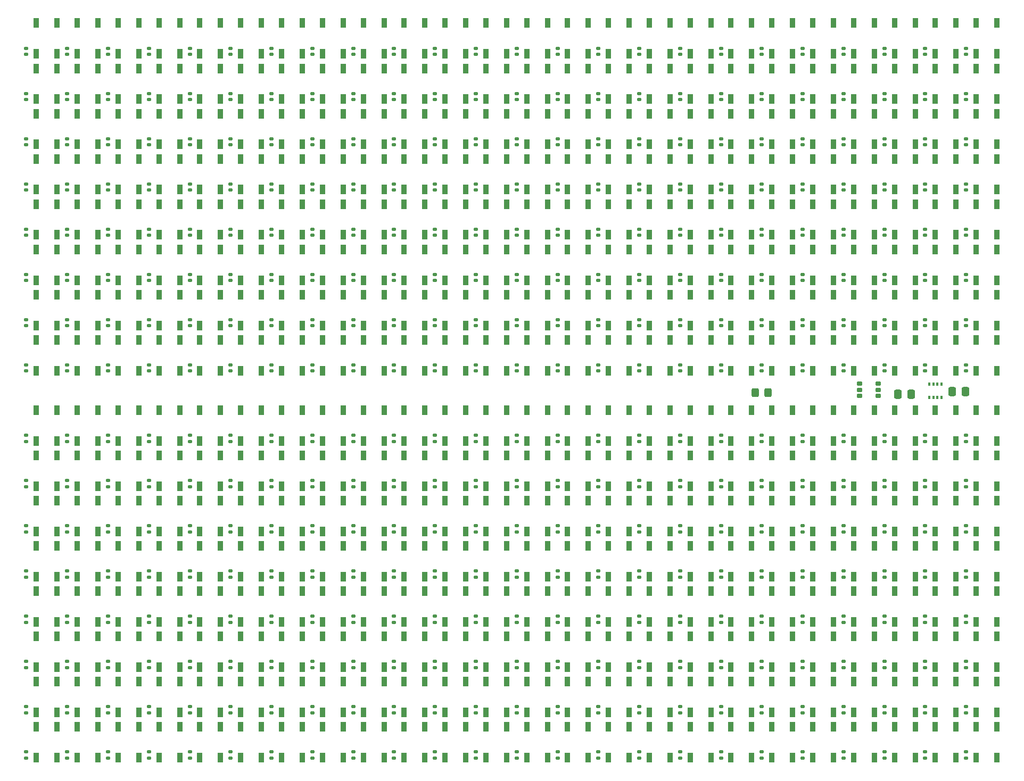
<source format=gbr>
%TF.GenerationSoftware,KiCad,Pcbnew,7.0.8*%
%TF.CreationDate,2023-11-20T11:06:52+02:00*%
%TF.ProjectId,LED Matrix Display,4c454420-4d61-4747-9269-782044697370,rev?*%
%TF.SameCoordinates,Original*%
%TF.FileFunction,Paste,Top*%
%TF.FilePolarity,Positive*%
%FSLAX46Y46*%
G04 Gerber Fmt 4.6, Leading zero omitted, Abs format (unit mm)*
G04 Created by KiCad (PCBNEW 7.0.8) date 2023-11-20 11:06:52*
%MOMM*%
%LPD*%
G01*
G04 APERTURE LIST*
G04 Aperture macros list*
%AMRoundRect*
0 Rectangle with rounded corners*
0 $1 Rounding radius*
0 $2 $3 $4 $5 $6 $7 $8 $9 X,Y pos of 4 corners*
0 Add a 4 corners polygon primitive as box body*
4,1,4,$2,$3,$4,$5,$6,$7,$8,$9,$2,$3,0*
0 Add four circle primitives for the rounded corners*
1,1,$1+$1,$2,$3*
1,1,$1+$1,$4,$5*
1,1,$1+$1,$6,$7*
1,1,$1+$1,$8,$9*
0 Add four rect primitives between the rounded corners*
20,1,$1+$1,$2,$3,$4,$5,0*
20,1,$1+$1,$4,$5,$6,$7,0*
20,1,$1+$1,$6,$7,$8,$9,0*
20,1,$1+$1,$8,$9,$2,$3,0*%
G04 Aperture macros list end*
%ADD10RoundRect,0.140000X0.170000X-0.140000X0.170000X0.140000X-0.170000X0.140000X-0.170000X-0.140000X0*%
%ADD11R,0.900000X1.500000*%
%ADD12R,0.350000X0.500000*%
%ADD13RoundRect,0.250000X-0.337500X-0.475000X0.337500X-0.475000X0.337500X0.475000X-0.337500X0.475000X0*%
%ADD14RoundRect,0.250000X-0.325000X-0.450000X0.325000X-0.450000X0.325000X0.450000X-0.325000X0.450000X0*%
%ADD15RoundRect,0.175000X0.275000X0.175000X-0.275000X0.175000X-0.275000X-0.175000X0.275000X-0.175000X0*%
G04 APERTURE END LIST*
D10*
%TO.C,C177*%
X107199567Y-73924779D03*
X107199567Y-72964779D03*
%TD*%
D11*
%TO.C,D181*%
X56797194Y-81070716D03*
X60097194Y-81070716D03*
X60097194Y-76170716D03*
X56797194Y-76170716D03*
%TD*%
%TO.C,D361*%
X134797194Y-135470716D03*
X138097194Y-135470716D03*
X138097194Y-130570716D03*
X134797194Y-130570716D03*
%TD*%
D10*
%TO.C,C393*%
X107199567Y-142724779D03*
X107199567Y-141764779D03*
%TD*%
%TO.C,C49*%
X55199567Y-37924779D03*
X55199567Y-36964779D03*
%TD*%
%TO.C,C371*%
X120199567Y-135524779D03*
X120199567Y-134564779D03*
%TD*%
%TO.C,C245*%
X81199567Y-99524779D03*
X81199567Y-98564779D03*
%TD*%
%TO.C,C160*%
X152699567Y-66724779D03*
X152699567Y-65764779D03*
%TD*%
%TO.C,C350*%
X139699567Y-128324779D03*
X139699567Y-127364779D03*
%TD*%
D11*
%TO.C,D163*%
X95797194Y-73870716D03*
X99097194Y-73870716D03*
X99097194Y-68970716D03*
X95797194Y-68970716D03*
%TD*%
D10*
%TO.C,C23*%
X42199567Y-30724779D03*
X42199567Y-29764779D03*
%TD*%
%TO.C,C355*%
X16199567Y-135524779D03*
X16199567Y-134564779D03*
%TD*%
D11*
%TO.C,D35*%
X43797194Y-37870716D03*
X47097194Y-37870716D03*
X47097194Y-32970716D03*
X43797194Y-32970716D03*
%TD*%
D10*
%TO.C,C179*%
X120199567Y-73924779D03*
X120199567Y-72964779D03*
%TD*%
D11*
%TO.C,D187*%
X95797194Y-81070716D03*
X99097194Y-81070716D03*
X99097194Y-76170716D03*
X95797194Y-76170716D03*
%TD*%
%TO.C,D45*%
X108797194Y-37870716D03*
X112097194Y-37870716D03*
X112097194Y-32970716D03*
X108797194Y-32970716D03*
%TD*%
%TO.C,D103*%
X17797194Y-59470716D03*
X21097194Y-59470716D03*
X21097194Y-54570716D03*
X17797194Y-54570716D03*
%TD*%
D10*
%TO.C,C27*%
X68199567Y-30724779D03*
X68199567Y-29764779D03*
%TD*%
D11*
%TO.C,D251*%
X43797194Y-106670716D03*
X47097194Y-106670716D03*
X47097194Y-101770716D03*
X43797194Y-101770716D03*
%TD*%
D10*
%TO.C,C184*%
X152699567Y-73924779D03*
X152699567Y-72964779D03*
%TD*%
%TO.C,C346*%
X113699567Y-128324779D03*
X113699567Y-127364779D03*
%TD*%
D11*
%TO.C,D34*%
X37297194Y-37870716D03*
X40597194Y-37870716D03*
X40597194Y-32970716D03*
X37297194Y-32970716D03*
%TD*%
%TO.C,D33*%
X30797194Y-37870716D03*
X34097194Y-37870716D03*
X34097194Y-32970716D03*
X30797194Y-32970716D03*
%TD*%
%TO.C,D294*%
X167297194Y-113870716D03*
X170597194Y-113870716D03*
X170597194Y-108970716D03*
X167297194Y-108970716D03*
%TD*%
%TO.C,D283*%
X95797194Y-113870716D03*
X99097194Y-113870716D03*
X99097194Y-108970716D03*
X95797194Y-108970716D03*
%TD*%
D10*
%TO.C,C360*%
X48699567Y-135524779D03*
X48699567Y-134564779D03*
%TD*%
%TO.C,C90*%
X165699567Y-45124779D03*
X165699567Y-44164779D03*
%TD*%
D11*
%TO.C,D143*%
X121797194Y-66670716D03*
X125097194Y-66670716D03*
X125097194Y-61770716D03*
X121797194Y-61770716D03*
%TD*%
%TO.C,D237*%
X108797194Y-99470716D03*
X112097194Y-99470716D03*
X112097194Y-94570716D03*
X108797194Y-94570716D03*
%TD*%
D10*
%TO.C,C78*%
X87699567Y-45124779D03*
X87699567Y-44164779D03*
%TD*%
D11*
%TO.C,D350*%
X63297194Y-135470716D03*
X66597194Y-135470716D03*
X66597194Y-130570716D03*
X63297194Y-130570716D03*
%TD*%
%TO.C,D306*%
X89297194Y-121070716D03*
X92597194Y-121070716D03*
X92597194Y-116170716D03*
X89297194Y-116170716D03*
%TD*%
%TO.C,D134*%
X63297194Y-66670716D03*
X66597194Y-66670716D03*
X66597194Y-61770716D03*
X63297194Y-61770716D03*
%TD*%
%TO.C,D221*%
X160797194Y-92270716D03*
X164097194Y-92270716D03*
X164097194Y-87370716D03*
X160797194Y-87370716D03*
%TD*%
D10*
%TO.C,C165*%
X29199567Y-73924779D03*
X29199567Y-72964779D03*
%TD*%
D11*
%TO.C,D110*%
X63297194Y-59470716D03*
X66597194Y-59470716D03*
X66597194Y-54570716D03*
X63297194Y-54570716D03*
%TD*%
D10*
%TO.C,C199*%
X94199567Y-81124779D03*
X94199567Y-80164779D03*
%TD*%
D11*
%TO.C,D122*%
X141297194Y-59470716D03*
X144597194Y-59470716D03*
X144597194Y-54570716D03*
X141297194Y-54570716D03*
%TD*%
%TO.C,D57*%
X30797194Y-45070716D03*
X34097194Y-45070716D03*
X34097194Y-40170716D03*
X30797194Y-40170716D03*
%TD*%
%TO.C,D72*%
X128297194Y-45070716D03*
X131597194Y-45070716D03*
X131597194Y-40170716D03*
X128297194Y-40170716D03*
%TD*%
D10*
%TO.C,C344*%
X100699567Y-128324779D03*
X100699567Y-127364779D03*
%TD*%
D11*
%TO.C,D220*%
X154297194Y-92270716D03*
X157597194Y-92270716D03*
X157597194Y-87370716D03*
X154297194Y-87370716D03*
%TD*%
D10*
%TO.C,C88*%
X152699567Y-45124779D03*
X152699567Y-44164779D03*
%TD*%
%TO.C,C25*%
X55199567Y-30724779D03*
X55199567Y-29764779D03*
%TD*%
%TO.C,C108*%
X126699567Y-52324779D03*
X126699567Y-51364779D03*
%TD*%
D11*
%TO.C,D277*%
X56797194Y-113870716D03*
X60097194Y-113870716D03*
X60097194Y-108970716D03*
X56797194Y-108970716D03*
%TD*%
%TO.C,D27*%
X147797194Y-30670716D03*
X151097194Y-30670716D03*
X151097194Y-25770716D03*
X147797194Y-25770716D03*
%TD*%
%TO.C,D77*%
X160797194Y-45070716D03*
X164097194Y-45070716D03*
X164097194Y-40170716D03*
X160797194Y-40170716D03*
%TD*%
%TO.C,D44*%
X102297194Y-37870716D03*
X105597194Y-37870716D03*
X105597194Y-32970716D03*
X102297194Y-32970716D03*
%TD*%
D10*
%TO.C,C129*%
X107199567Y-59524779D03*
X107199567Y-58564779D03*
%TD*%
D11*
%TO.C,D245*%
X160797194Y-99470716D03*
X164097194Y-99470716D03*
X164097194Y-94570716D03*
X160797194Y-94570716D03*
%TD*%
%TO.C,D186*%
X89297194Y-81070716D03*
X92597194Y-81070716D03*
X92597194Y-76170716D03*
X89297194Y-76170716D03*
%TD*%
%TO.C,D224*%
X24297194Y-99470716D03*
X27597194Y-99470716D03*
X27597194Y-94570716D03*
X24297194Y-94570716D03*
%TD*%
D10*
%TO.C,C370*%
X113699567Y-135524779D03*
X113699567Y-134564779D03*
%TD*%
D11*
%TO.C,D29*%
X160797194Y-30670716D03*
X164097194Y-30670716D03*
X164097194Y-25770716D03*
X160797194Y-25770716D03*
%TD*%
D10*
%TO.C,C98*%
X61699567Y-52324779D03*
X61699567Y-51364779D03*
%TD*%
%TO.C,C390*%
X87699567Y-142724779D03*
X87699567Y-141764779D03*
%TD*%
%TO.C,C181*%
X133199567Y-73924779D03*
X133199567Y-72964779D03*
%TD*%
%TO.C,C155*%
X120199567Y-66724779D03*
X120199567Y-65764779D03*
%TD*%
D11*
%TO.C,D293*%
X160797194Y-113870716D03*
X164097194Y-113870716D03*
X164097194Y-108970716D03*
X160797194Y-108970716D03*
%TD*%
D10*
%TO.C,C348*%
X126699567Y-128324779D03*
X126699567Y-127364779D03*
%TD*%
%TO.C,C297*%
X107199567Y-113924779D03*
X107199567Y-112964779D03*
%TD*%
%TO.C,C68*%
X22699567Y-45124779D03*
X22699567Y-44164779D03*
%TD*%
D11*
%TO.C,D225*%
X30797194Y-99470716D03*
X34097194Y-99470716D03*
X34097194Y-94570716D03*
X30797194Y-94570716D03*
%TD*%
D10*
%TO.C,C120*%
X48699567Y-59524779D03*
X48699567Y-58564779D03*
%TD*%
%TO.C,C22*%
X35699567Y-30724779D03*
X35699567Y-29764779D03*
%TD*%
D11*
%TO.C,D212*%
X102297194Y-92270716D03*
X105597194Y-92270716D03*
X105597194Y-87370716D03*
X102297194Y-87370716D03*
%TD*%
D10*
%TO.C,C225*%
X107199567Y-92324779D03*
X107199567Y-91364779D03*
%TD*%
D11*
%TO.C,D298*%
X37297194Y-121070716D03*
X40597194Y-121070716D03*
X40597194Y-116170716D03*
X37297194Y-116170716D03*
%TD*%
D10*
%TO.C,C38*%
X139699567Y-30724779D03*
X139699567Y-29764779D03*
%TD*%
D11*
%TO.C,D107*%
X43797194Y-59470716D03*
X47097194Y-59470716D03*
X47097194Y-54570716D03*
X43797194Y-54570716D03*
%TD*%
D10*
%TO.C,C175*%
X94199567Y-73924779D03*
X94199567Y-72964779D03*
%TD*%
%TO.C,C224*%
X100699567Y-92324779D03*
X100699567Y-91364779D03*
%TD*%
%TO.C,C228*%
X126699567Y-92324779D03*
X126699567Y-91364779D03*
%TD*%
%TO.C,C213*%
X29199567Y-92324779D03*
X29199567Y-91364779D03*
%TD*%
D11*
%TO.C,D70*%
X115297194Y-45070716D03*
X118597194Y-45070716D03*
X118597194Y-40170716D03*
X115297194Y-40170716D03*
%TD*%
D10*
%TO.C,C336*%
X48699567Y-128324779D03*
X48699567Y-127364779D03*
%TD*%
%TO.C,C330*%
X165699567Y-121124779D03*
X165699567Y-120164779D03*
%TD*%
%TO.C,C232*%
X152699567Y-92324779D03*
X152699567Y-91364779D03*
%TD*%
%TO.C,C402*%
X165699567Y-142724779D03*
X165699567Y-141764779D03*
%TD*%
D11*
%TO.C,D204*%
X50297194Y-92270716D03*
X53597194Y-92270716D03*
X53597194Y-87370716D03*
X50297194Y-87370716D03*
%TD*%
D10*
%TO.C,C345*%
X107199567Y-128324779D03*
X107199567Y-127364779D03*
%TD*%
%TO.C,C180*%
X126699567Y-73924779D03*
X126699567Y-72964779D03*
%TD*%
D11*
%TO.C,D390*%
X167297194Y-142670716D03*
X170597194Y-142670716D03*
X170597194Y-137770716D03*
X167297194Y-137770716D03*
%TD*%
D10*
%TO.C,C279*%
X146199567Y-106724779D03*
X146199567Y-105764779D03*
%TD*%
D11*
%TO.C,D139*%
X95797194Y-66670716D03*
X99097194Y-66670716D03*
X99097194Y-61770716D03*
X95797194Y-61770716D03*
%TD*%
%TO.C,D356*%
X102297194Y-135470716D03*
X105597194Y-135470716D03*
X105597194Y-130570716D03*
X102297194Y-130570716D03*
%TD*%
%TO.C,D322*%
X37297194Y-128270716D03*
X40597194Y-128270716D03*
X40597194Y-123370716D03*
X37297194Y-123370716D03*
%TD*%
%TO.C,D266*%
X141297194Y-106670716D03*
X144597194Y-106670716D03*
X144597194Y-101770716D03*
X141297194Y-101770716D03*
%TD*%
D10*
%TO.C,C62*%
X139699567Y-37924779D03*
X139699567Y-36964779D03*
%TD*%
D11*
%TO.C,D108*%
X50297194Y-59470716D03*
X53597194Y-59470716D03*
X53597194Y-54570716D03*
X50297194Y-54570716D03*
%TD*%
D10*
%TO.C,C367*%
X94199567Y-135524779D03*
X94199567Y-134564779D03*
%TD*%
D11*
%TO.C,D88*%
X76297194Y-52270716D03*
X79597194Y-52270716D03*
X79597194Y-47370716D03*
X76297194Y-47370716D03*
%TD*%
%TO.C,D354*%
X89297194Y-135470716D03*
X92597194Y-135470716D03*
X92597194Y-130570716D03*
X89297194Y-130570716D03*
%TD*%
%TO.C,D302*%
X63297194Y-121070716D03*
X66597194Y-121070716D03*
X66597194Y-116170716D03*
X63297194Y-116170716D03*
%TD*%
%TO.C,D359*%
X121797194Y-135470716D03*
X125097194Y-135470716D03*
X125097194Y-130570716D03*
X121797194Y-130570716D03*
%TD*%
%TO.C,D388*%
X154297194Y-142670716D03*
X157597194Y-142670716D03*
X157597194Y-137770716D03*
X154297194Y-137770716D03*
%TD*%
%TO.C,D7*%
X17797194Y-30670716D03*
X21097194Y-30670716D03*
X21097194Y-25770716D03*
X17797194Y-25770716D03*
%TD*%
%TO.C,D190*%
X115297194Y-81070716D03*
X118597194Y-81070716D03*
X118597194Y-76170716D03*
X115297194Y-76170716D03*
%TD*%
D10*
%TO.C,C117*%
X29199567Y-59524779D03*
X29199567Y-58564779D03*
%TD*%
D11*
%TO.C,D217*%
X134797194Y-92270716D03*
X138097194Y-92270716D03*
X138097194Y-87370716D03*
X134797194Y-87370716D03*
%TD*%
%TO.C,D116*%
X102297194Y-59470716D03*
X105597194Y-59470716D03*
X105597194Y-54570716D03*
X102297194Y-54570716D03*
%TD*%
%TO.C,D334*%
X115297194Y-128270716D03*
X118597194Y-128270716D03*
X118597194Y-123370716D03*
X115297194Y-123370716D03*
%TD*%
D10*
%TO.C,C294*%
X87699567Y-113924779D03*
X87699567Y-112964779D03*
%TD*%
D11*
%TO.C,D142*%
X115297194Y-66670716D03*
X118597194Y-66670716D03*
X118597194Y-61770716D03*
X115297194Y-61770716D03*
%TD*%
%TO.C,D234*%
X89297194Y-99470716D03*
X92597194Y-99470716D03*
X92597194Y-94570716D03*
X89297194Y-94570716D03*
%TD*%
%TO.C,D41*%
X82797194Y-37870716D03*
X86097194Y-37870716D03*
X86097194Y-32970716D03*
X82797194Y-32970716D03*
%TD*%
%TO.C,D230*%
X63297194Y-99470716D03*
X66597194Y-99470716D03*
X66597194Y-94570716D03*
X63297194Y-94570716D03*
%TD*%
%TO.C,D282*%
X89297194Y-113870716D03*
X92597194Y-113870716D03*
X92597194Y-108970716D03*
X89297194Y-108970716D03*
%TD*%
D10*
%TO.C,C326*%
X139699567Y-121124779D03*
X139699567Y-120164779D03*
%TD*%
D11*
%TO.C,D335*%
X121797194Y-128270716D03*
X125097194Y-128270716D03*
X125097194Y-123370716D03*
X121797194Y-123370716D03*
%TD*%
%TO.C,D312*%
X128297194Y-121070716D03*
X131597194Y-121070716D03*
X131597194Y-116170716D03*
X128297194Y-116170716D03*
%TD*%
D10*
%TO.C,C238*%
X35699567Y-99524779D03*
X35699567Y-98564779D03*
%TD*%
%TO.C,C382*%
X35699567Y-142724779D03*
X35699567Y-141764779D03*
%TD*%
D11*
%TO.C,D362*%
X141297194Y-135470716D03*
X144597194Y-135470716D03*
X144597194Y-130570716D03*
X141297194Y-130570716D03*
%TD*%
%TO.C,D146*%
X141297194Y-66670716D03*
X144597194Y-66670716D03*
X144597194Y-61770716D03*
X141297194Y-61770716D03*
%TD*%
D10*
%TO.C,C200*%
X100699567Y-81124779D03*
X100699567Y-80164779D03*
%TD*%
%TO.C,C72*%
X48699567Y-45124779D03*
X48699567Y-44164779D03*
%TD*%
%TO.C,C104*%
X100699567Y-52324779D03*
X100699567Y-51364779D03*
%TD*%
%TO.C,C79*%
X94199567Y-45124779D03*
X94199567Y-44164779D03*
%TD*%
%TO.C,C61*%
X133199567Y-37924779D03*
X133199567Y-36964779D03*
%TD*%
D11*
%TO.C,D165*%
X108797194Y-73870716D03*
X112097194Y-73870716D03*
X112097194Y-68970716D03*
X108797194Y-68970716D03*
%TD*%
%TO.C,D23*%
X121797194Y-30670716D03*
X125097194Y-30670716D03*
X125097194Y-25770716D03*
X121797194Y-25770716D03*
%TD*%
D10*
%TO.C,C168*%
X48699567Y-73924779D03*
X48699567Y-72964779D03*
%TD*%
%TO.C,C264*%
X48699567Y-106724779D03*
X48699567Y-105764779D03*
%TD*%
D11*
%TO.C,D111*%
X69797194Y-59470716D03*
X73097194Y-59470716D03*
X73097194Y-54570716D03*
X69797194Y-54570716D03*
%TD*%
D10*
%TO.C,C394*%
X113699567Y-142724779D03*
X113699567Y-141764779D03*
%TD*%
D11*
%TO.C,D313*%
X134797194Y-121070716D03*
X138097194Y-121070716D03*
X138097194Y-116170716D03*
X134797194Y-116170716D03*
%TD*%
D10*
%TO.C,C171*%
X68199567Y-73924779D03*
X68199567Y-72964779D03*
%TD*%
%TO.C,C73*%
X55199567Y-45124779D03*
X55199567Y-44164779D03*
%TD*%
D11*
%TO.C,D149*%
X160797194Y-66670716D03*
X164097194Y-66670716D03*
X164097194Y-61770716D03*
X160797194Y-61770716D03*
%TD*%
D10*
%TO.C,C112*%
X152699567Y-52324779D03*
X152699567Y-51364779D03*
%TD*%
%TO.C,C176*%
X100699567Y-73924779D03*
X100699567Y-72964779D03*
%TD*%
%TO.C,C153*%
X107199567Y-66724779D03*
X107199567Y-65764779D03*
%TD*%
%TO.C,C33*%
X107199567Y-30724779D03*
X107199567Y-29764779D03*
%TD*%
%TO.C,C74*%
X61699567Y-45124779D03*
X61699567Y-44164779D03*
%TD*%
%TO.C,C255*%
X146199567Y-99524779D03*
X146199567Y-98564779D03*
%TD*%
%TO.C,C29*%
X81199567Y-30724779D03*
X81199567Y-29764779D03*
%TD*%
%TO.C,C54*%
X87699567Y-37924779D03*
X87699567Y-36964779D03*
%TD*%
D11*
%TO.C,D171*%
X147797194Y-73870716D03*
X151097194Y-73870716D03*
X151097194Y-68970716D03*
X147797194Y-68970716D03*
%TD*%
%TO.C,D299*%
X43797194Y-121070716D03*
X47097194Y-121070716D03*
X47097194Y-116170716D03*
X43797194Y-116170716D03*
%TD*%
%TO.C,D18*%
X89297194Y-30670716D03*
X92597194Y-30670716D03*
X92597194Y-25770716D03*
X89297194Y-25770716D03*
%TD*%
D10*
%TO.C,C220*%
X74699567Y-92324779D03*
X74699567Y-91364779D03*
%TD*%
%TO.C,C170*%
X61699567Y-73924779D03*
X61699567Y-72964779D03*
%TD*%
%TO.C,C399*%
X146199567Y-142724779D03*
X146199567Y-141764779D03*
%TD*%
%TO.C,C298*%
X113699567Y-113924779D03*
X113699567Y-112964779D03*
%TD*%
D12*
%TO.C,U2*%
X159832400Y-83252200D03*
X160482400Y-83252200D03*
X161132400Y-83252200D03*
X161782400Y-83252200D03*
X161782400Y-85302200D03*
X161132400Y-85302200D03*
X160482400Y-85302200D03*
X159832400Y-85302200D03*
%TD*%
D10*
%TO.C,C247*%
X94199567Y-99524779D03*
X94199567Y-98564779D03*
%TD*%
%TO.C,C45*%
X29199567Y-37924779D03*
X29199567Y-36964779D03*
%TD*%
%TO.C,C204*%
X126699567Y-81124779D03*
X126699567Y-80164779D03*
%TD*%
%TO.C,C317*%
X81199567Y-121124779D03*
X81199567Y-120164779D03*
%TD*%
D11*
%TO.C,D232*%
X76297194Y-99470716D03*
X79597194Y-99470716D03*
X79597194Y-94570716D03*
X76297194Y-94570716D03*
%TD*%
D10*
%TO.C,C131*%
X120199567Y-59524779D03*
X120199567Y-58564779D03*
%TD*%
%TO.C,C237*%
X29199567Y-99524779D03*
X29199567Y-98564779D03*
%TD*%
D11*
%TO.C,D74*%
X141297194Y-45070716D03*
X144597194Y-45070716D03*
X144597194Y-40170716D03*
X141297194Y-40170716D03*
%TD*%
%TO.C,D314*%
X141297194Y-121070716D03*
X144597194Y-121070716D03*
X144597194Y-116170716D03*
X141297194Y-116170716D03*
%TD*%
D10*
%TO.C,C328*%
X152699567Y-121124779D03*
X152699567Y-120164779D03*
%TD*%
D11*
%TO.C,D300*%
X50297194Y-121070716D03*
X53597194Y-121070716D03*
X53597194Y-116170716D03*
X50297194Y-116170716D03*
%TD*%
%TO.C,D49*%
X134797194Y-37870716D03*
X138097194Y-37870716D03*
X138097194Y-32970716D03*
X134797194Y-32970716D03*
%TD*%
%TO.C,D55*%
X17797194Y-45070716D03*
X21097194Y-45070716D03*
X21097194Y-40170716D03*
X17797194Y-40170716D03*
%TD*%
D10*
%TO.C,C221*%
X81199567Y-92324779D03*
X81199567Y-91364779D03*
%TD*%
D11*
%TO.C,D104*%
X24297194Y-59470716D03*
X27597194Y-59470716D03*
X27597194Y-54570716D03*
X24297194Y-54570716D03*
%TD*%
%TO.C,D13*%
X56797194Y-30670716D03*
X60097194Y-30670716D03*
X60097194Y-25770716D03*
X56797194Y-25770716D03*
%TD*%
%TO.C,D96*%
X128297194Y-52270716D03*
X131597194Y-52270716D03*
X131597194Y-47370716D03*
X128297194Y-47370716D03*
%TD*%
D10*
%TO.C,C154*%
X113699567Y-66724779D03*
X113699567Y-65764779D03*
%TD*%
%TO.C,C212*%
X22699567Y-92324779D03*
X22699567Y-91364779D03*
%TD*%
%TO.C,C236*%
X22699567Y-99524779D03*
X22699567Y-98564779D03*
%TD*%
%TO.C,C157*%
X133199567Y-66724779D03*
X133199567Y-65764779D03*
%TD*%
%TO.C,C65*%
X159199567Y-37924779D03*
X159199567Y-36964779D03*
%TD*%
%TO.C,C340*%
X74699567Y-128324779D03*
X74699567Y-127364779D03*
%TD*%
%TO.C,C118*%
X35699567Y-59524779D03*
X35699567Y-58564779D03*
%TD*%
%TO.C,C323*%
X120199567Y-121124779D03*
X120199567Y-120164779D03*
%TD*%
D11*
%TO.C,D161*%
X82797194Y-73870716D03*
X86097194Y-73870716D03*
X86097194Y-68970716D03*
X82797194Y-68970716D03*
%TD*%
D10*
%TO.C,C280*%
X152699567Y-106724779D03*
X152699567Y-105764779D03*
%TD*%
D11*
%TO.C,D285*%
X108797194Y-113870716D03*
X112097194Y-113870716D03*
X112097194Y-108970716D03*
X108797194Y-108970716D03*
%TD*%
%TO.C,D83*%
X43797194Y-52270716D03*
X47097194Y-52270716D03*
X47097194Y-47370716D03*
X43797194Y-47370716D03*
%TD*%
%TO.C,D124*%
X154297194Y-59470716D03*
X157597194Y-59470716D03*
X157597194Y-54570716D03*
X154297194Y-54570716D03*
%TD*%
%TO.C,D192*%
X128297194Y-81070716D03*
X131597194Y-81070716D03*
X131597194Y-76170716D03*
X128297194Y-76170716D03*
%TD*%
%TO.C,D170*%
X141297194Y-73870716D03*
X144597194Y-73870716D03*
X144597194Y-68970716D03*
X141297194Y-68970716D03*
%TD*%
D10*
%TO.C,C229*%
X133199567Y-92324779D03*
X133199567Y-91364779D03*
%TD*%
D11*
%TO.C,D272*%
X24297194Y-113870716D03*
X27597194Y-113870716D03*
X27597194Y-108970716D03*
X24297194Y-108970716D03*
%TD*%
%TO.C,D158*%
X63297194Y-73870716D03*
X66597194Y-73870716D03*
X66597194Y-68970716D03*
X63297194Y-68970716D03*
%TD*%
D10*
%TO.C,C301*%
X133199567Y-113924779D03*
X133199567Y-112964779D03*
%TD*%
D11*
%TO.C,D263*%
X121797194Y-106670716D03*
X125097194Y-106670716D03*
X125097194Y-101770716D03*
X121797194Y-101770716D03*
%TD*%
D10*
%TO.C,C113*%
X159199567Y-52324779D03*
X159199567Y-51364779D03*
%TD*%
D11*
%TO.C,D135*%
X69797194Y-66670716D03*
X73097194Y-66670716D03*
X73097194Y-61770716D03*
X69797194Y-61770716D03*
%TD*%
D10*
%TO.C,C94*%
X35699567Y-52324779D03*
X35699567Y-51364779D03*
%TD*%
D11*
%TO.C,D256*%
X76297194Y-106670716D03*
X79597194Y-106670716D03*
X79597194Y-101770716D03*
X76297194Y-101770716D03*
%TD*%
%TO.C,D259*%
X95797194Y-106670716D03*
X99097194Y-106670716D03*
X99097194Y-101770716D03*
X95797194Y-101770716D03*
%TD*%
D10*
%TO.C,C314*%
X61699567Y-121124779D03*
X61699567Y-120164779D03*
%TD*%
D11*
%TO.C,D137*%
X82797194Y-66670716D03*
X86097194Y-66670716D03*
X86097194Y-61770716D03*
X82797194Y-61770716D03*
%TD*%
%TO.C,D128*%
X24297194Y-66670716D03*
X27597194Y-66670716D03*
X27597194Y-61770716D03*
X24297194Y-61770716D03*
%TD*%
D10*
%TO.C,C339*%
X68199567Y-128324779D03*
X68199567Y-127364779D03*
%TD*%
%TO.C,C305*%
X159199567Y-113924779D03*
X159199567Y-112964779D03*
%TD*%
%TO.C,C274*%
X113699567Y-106724779D03*
X113699567Y-105764779D03*
%TD*%
D11*
%TO.C,D338*%
X141297194Y-128270716D03*
X144597194Y-128270716D03*
X144597194Y-123370716D03*
X141297194Y-123370716D03*
%TD*%
%TO.C,D177*%
X30797194Y-81070716D03*
X34097194Y-81070716D03*
X34097194Y-76170716D03*
X30797194Y-76170716D03*
%TD*%
D10*
%TO.C,C278*%
X139699567Y-106724779D03*
X139699567Y-105764779D03*
%TD*%
D11*
%TO.C,D289*%
X134797194Y-113870716D03*
X138097194Y-113870716D03*
X138097194Y-108970716D03*
X134797194Y-108970716D03*
%TD*%
%TO.C,D367*%
X17797194Y-142670716D03*
X21097194Y-142670716D03*
X21097194Y-137770716D03*
X17797194Y-137770716D03*
%TD*%
%TO.C,D89*%
X82797194Y-52270716D03*
X86097194Y-52270716D03*
X86097194Y-47370716D03*
X82797194Y-47370716D03*
%TD*%
%TO.C,D22*%
X115297194Y-30670716D03*
X118597194Y-30670716D03*
X118597194Y-25770716D03*
X115297194Y-25770716D03*
%TD*%
D10*
%TO.C,C169*%
X55199567Y-73924779D03*
X55199567Y-72964779D03*
%TD*%
D11*
%TO.C,D42*%
X89297194Y-37870716D03*
X92597194Y-37870716D03*
X92597194Y-32970716D03*
X89297194Y-32970716D03*
%TD*%
D10*
%TO.C,C222*%
X87699567Y-92324779D03*
X87699567Y-91364779D03*
%TD*%
%TO.C,C116*%
X22699567Y-59524779D03*
X22699567Y-58564779D03*
%TD*%
%TO.C,C226*%
X113699567Y-92324779D03*
X113699567Y-91364779D03*
%TD*%
D11*
%TO.C,D144*%
X128297194Y-66670716D03*
X131597194Y-66670716D03*
X131597194Y-61770716D03*
X128297194Y-61770716D03*
%TD*%
D10*
%TO.C,C316*%
X74699567Y-121124779D03*
X74699567Y-120164779D03*
%TD*%
D11*
%TO.C,D363*%
X147797194Y-135470716D03*
X151097194Y-135470716D03*
X151097194Y-130570716D03*
X147797194Y-130570716D03*
%TD*%
D10*
%TO.C,C299*%
X120199567Y-113924779D03*
X120199567Y-112964779D03*
%TD*%
D11*
%TO.C,D113*%
X82797194Y-59470716D03*
X86097194Y-59470716D03*
X86097194Y-54570716D03*
X82797194Y-54570716D03*
%TD*%
%TO.C,D195*%
X147797194Y-81070716D03*
X151097194Y-81070716D03*
X151097194Y-76170716D03*
X147797194Y-76170716D03*
%TD*%
D10*
%TO.C,C42*%
X165699567Y-30724779D03*
X165699567Y-29764779D03*
%TD*%
%TO.C,C146*%
X61699567Y-66724779D03*
X61699567Y-65764779D03*
%TD*%
D11*
%TO.C,D92*%
X102297194Y-52270716D03*
X105597194Y-52270716D03*
X105597194Y-47370716D03*
X102297194Y-47370716D03*
%TD*%
D10*
%TO.C,C198*%
X87699567Y-81124779D03*
X87699567Y-80164779D03*
%TD*%
D11*
%TO.C,D9*%
X30797194Y-30670716D03*
X34097194Y-30670716D03*
X34097194Y-25770716D03*
X30797194Y-25770716D03*
%TD*%
D10*
%TO.C,C36*%
X126699567Y-30724779D03*
X126699567Y-29764779D03*
%TD*%
D11*
%TO.C,D167*%
X121797194Y-73870716D03*
X125097194Y-73870716D03*
X125097194Y-68970716D03*
X121797194Y-68970716D03*
%TD*%
D10*
%TO.C,C191*%
X42199567Y-81124779D03*
X42199567Y-80164779D03*
%TD*%
%TO.C,C20*%
X22699567Y-30724779D03*
X22699567Y-29764779D03*
%TD*%
%TO.C,C121*%
X55199567Y-59524779D03*
X55199567Y-58564779D03*
%TD*%
%TO.C,C203*%
X120199567Y-81124779D03*
X120199567Y-80164779D03*
%TD*%
D11*
%TO.C,D50*%
X141297194Y-37870716D03*
X144597194Y-37870716D03*
X144597194Y-32970716D03*
X141297194Y-32970716D03*
%TD*%
%TO.C,D295*%
X17797194Y-121070716D03*
X21097194Y-121070716D03*
X21097194Y-116170716D03*
X17797194Y-116170716D03*
%TD*%
%TO.C,D287*%
X121797194Y-113870716D03*
X125097194Y-113870716D03*
X125097194Y-108970716D03*
X121797194Y-108970716D03*
%TD*%
%TO.C,D109*%
X56797194Y-59470716D03*
X60097194Y-59470716D03*
X60097194Y-54570716D03*
X56797194Y-54570716D03*
%TD*%
D10*
%TO.C,C127*%
X94199567Y-59524779D03*
X94199567Y-58564779D03*
%TD*%
%TO.C,C248*%
X100699567Y-99524779D03*
X100699567Y-98564779D03*
%TD*%
%TO.C,C136*%
X152699567Y-59524779D03*
X152699567Y-58564779D03*
%TD*%
D11*
%TO.C,D84*%
X50297194Y-52270716D03*
X53597194Y-52270716D03*
X53597194Y-47370716D03*
X50297194Y-47370716D03*
%TD*%
D10*
%TO.C,C147*%
X68199567Y-66724779D03*
X68199567Y-65764779D03*
%TD*%
D11*
%TO.C,D162*%
X89297194Y-73870716D03*
X92597194Y-73870716D03*
X92597194Y-68970716D03*
X89297194Y-68970716D03*
%TD*%
D10*
%TO.C,C244*%
X74699567Y-99524779D03*
X74699567Y-98564779D03*
%TD*%
%TO.C,C338*%
X61699567Y-128324779D03*
X61699567Y-127364779D03*
%TD*%
%TO.C,C309*%
X29199567Y-121124779D03*
X29199567Y-120164779D03*
%TD*%
%TO.C,C196*%
X74699567Y-81124779D03*
X74699567Y-80164779D03*
%TD*%
D11*
%TO.C,D168*%
X128297194Y-73870716D03*
X131597194Y-73870716D03*
X131597194Y-68970716D03*
X128297194Y-68970716D03*
%TD*%
D10*
%TO.C,C356*%
X22699567Y-135524779D03*
X22699567Y-134564779D03*
%TD*%
%TO.C,C379*%
X16199567Y-142724779D03*
X16199567Y-141764779D03*
%TD*%
%TO.C,C143*%
X42199567Y-66724779D03*
X42199567Y-65764779D03*
%TD*%
D11*
%TO.C,D275*%
X43797194Y-113870716D03*
X47097194Y-113870716D03*
X47097194Y-108970716D03*
X43797194Y-108970716D03*
%TD*%
%TO.C,D327*%
X69797194Y-128270716D03*
X73097194Y-128270716D03*
X73097194Y-123370716D03*
X69797194Y-123370716D03*
%TD*%
D10*
%TO.C,C156*%
X126699567Y-66724779D03*
X126699567Y-65764779D03*
%TD*%
D11*
%TO.C,D269*%
X160797194Y-106670716D03*
X164097194Y-106670716D03*
X164097194Y-101770716D03*
X160797194Y-101770716D03*
%TD*%
D10*
%TO.C,C223*%
X94199567Y-92324779D03*
X94199567Y-91364779D03*
%TD*%
D11*
%TO.C,D174*%
X167297194Y-73870716D03*
X170597194Y-73870716D03*
X170597194Y-68970716D03*
X167297194Y-68970716D03*
%TD*%
D10*
%TO.C,C59*%
X120199567Y-37924779D03*
X120199567Y-36964779D03*
%TD*%
%TO.C,C84*%
X126699567Y-45124779D03*
X126699567Y-44164779D03*
%TD*%
D11*
%TO.C,D46*%
X115297194Y-37870716D03*
X118597194Y-37870716D03*
X118597194Y-32970716D03*
X115297194Y-32970716D03*
%TD*%
D10*
%TO.C,C214*%
X35699567Y-92324779D03*
X35699567Y-91364779D03*
%TD*%
D11*
%TO.C,D345*%
X30797194Y-135470716D03*
X34097194Y-135470716D03*
X34097194Y-130570716D03*
X30797194Y-130570716D03*
%TD*%
%TO.C,D87*%
X69797194Y-52270716D03*
X73097194Y-52270716D03*
X73097194Y-47370716D03*
X69797194Y-47370716D03*
%TD*%
D10*
%TO.C,C300*%
X126699567Y-113924779D03*
X126699567Y-112964779D03*
%TD*%
%TO.C,C92*%
X22699567Y-52324779D03*
X22699567Y-51364779D03*
%TD*%
%TO.C,C159*%
X146199567Y-66724779D03*
X146199567Y-65764779D03*
%TD*%
%TO.C,C252*%
X126699567Y-99524779D03*
X126699567Y-98564779D03*
%TD*%
%TO.C,C383*%
X42199567Y-142724779D03*
X42199567Y-141764779D03*
%TD*%
D11*
%TO.C,D65*%
X82797194Y-45070716D03*
X86097194Y-45070716D03*
X86097194Y-40170716D03*
X82797194Y-40170716D03*
%TD*%
D10*
%TO.C,C40*%
X152699567Y-30724779D03*
X152699567Y-29764779D03*
%TD*%
D11*
%TO.C,D273*%
X30797194Y-113870716D03*
X34097194Y-113870716D03*
X34097194Y-108970716D03*
X30797194Y-108970716D03*
%TD*%
D10*
%TO.C,C313*%
X55199567Y-121124779D03*
X55199567Y-120164779D03*
%TD*%
%TO.C,C101*%
X81199567Y-52324779D03*
X81199567Y-51364779D03*
%TD*%
D11*
%TO.C,D385*%
X134797194Y-142670716D03*
X138097194Y-142670716D03*
X138097194Y-137770716D03*
X134797194Y-137770716D03*
%TD*%
%TO.C,D179*%
X43797194Y-81070716D03*
X47097194Y-81070716D03*
X47097194Y-76170716D03*
X43797194Y-76170716D03*
%TD*%
D10*
%TO.C,C254*%
X139699567Y-99524779D03*
X139699567Y-98564779D03*
%TD*%
D11*
%TO.C,D155*%
X43797194Y-73870716D03*
X47097194Y-73870716D03*
X47097194Y-68970716D03*
X43797194Y-68970716D03*
%TD*%
%TO.C,D105*%
X30797194Y-59470716D03*
X34097194Y-59470716D03*
X34097194Y-54570716D03*
X30797194Y-54570716D03*
%TD*%
%TO.C,D326*%
X63297194Y-128270716D03*
X66597194Y-128270716D03*
X66597194Y-123370716D03*
X63297194Y-123370716D03*
%TD*%
D10*
%TO.C,C235*%
X16199567Y-99524779D03*
X16199567Y-98564779D03*
%TD*%
D11*
%TO.C,D377*%
X82797194Y-142670716D03*
X86097194Y-142670716D03*
X86097194Y-137770716D03*
X82797194Y-137770716D03*
%TD*%
%TO.C,D246*%
X167297194Y-99470716D03*
X170597194Y-99470716D03*
X170597194Y-94570716D03*
X167297194Y-94570716D03*
%TD*%
%TO.C,D206*%
X63297194Y-92270716D03*
X66597194Y-92270716D03*
X66597194Y-87370716D03*
X63297194Y-87370716D03*
%TD*%
%TO.C,D63*%
X69797194Y-45070716D03*
X73097194Y-45070716D03*
X73097194Y-40170716D03*
X69797194Y-40170716D03*
%TD*%
%TO.C,D94*%
X115297194Y-52270716D03*
X118597194Y-52270716D03*
X118597194Y-47370716D03*
X115297194Y-47370716D03*
%TD*%
D10*
%TO.C,C158*%
X139699567Y-66724779D03*
X139699567Y-65764779D03*
%TD*%
D11*
%TO.C,D380*%
X102297194Y-142670716D03*
X105597194Y-142670716D03*
X105597194Y-137770716D03*
X102297194Y-137770716D03*
%TD*%
D10*
%TO.C,C398*%
X139699567Y-142724779D03*
X139699567Y-141764779D03*
%TD*%
D11*
%TO.C,D79*%
X17797194Y-52270716D03*
X21097194Y-52270716D03*
X21097194Y-47370716D03*
X17797194Y-47370716D03*
%TD*%
D10*
%TO.C,C354*%
X165699567Y-128324779D03*
X165699567Y-127364779D03*
%TD*%
D11*
%TO.C,D196*%
X154297194Y-81070716D03*
X157597194Y-81070716D03*
X157597194Y-76170716D03*
X154297194Y-76170716D03*
%TD*%
%TO.C,D320*%
X24297194Y-128270716D03*
X27597194Y-128270716D03*
X27597194Y-123370716D03*
X24297194Y-123370716D03*
%TD*%
D10*
%TO.C,C302*%
X139699567Y-113924779D03*
X139699567Y-112964779D03*
%TD*%
%TO.C,C209*%
X159199567Y-81124779D03*
X159199567Y-80164779D03*
%TD*%
D11*
%TO.C,D347*%
X43797194Y-135470716D03*
X47097194Y-135470716D03*
X47097194Y-130570716D03*
X43797194Y-130570716D03*
%TD*%
%TO.C,D138*%
X89297194Y-66670716D03*
X92597194Y-66670716D03*
X92597194Y-61770716D03*
X89297194Y-61770716D03*
%TD*%
%TO.C,D175*%
X17797194Y-81070716D03*
X21097194Y-81070716D03*
X21097194Y-76170716D03*
X17797194Y-76170716D03*
%TD*%
%TO.C,D223*%
X17797194Y-99470716D03*
X21097194Y-99470716D03*
X21097194Y-94570716D03*
X17797194Y-94570716D03*
%TD*%
%TO.C,D86*%
X63297194Y-52270716D03*
X66597194Y-52270716D03*
X66597194Y-47370716D03*
X63297194Y-47370716D03*
%TD*%
%TO.C,D119*%
X121797194Y-59470716D03*
X125097194Y-59470716D03*
X125097194Y-54570716D03*
X121797194Y-54570716D03*
%TD*%
D10*
%TO.C,C82*%
X113699567Y-45124779D03*
X113699567Y-44164779D03*
%TD*%
%TO.C,C58*%
X113699567Y-37924779D03*
X113699567Y-36964779D03*
%TD*%
%TO.C,C253*%
X133199567Y-99524779D03*
X133199567Y-98564779D03*
%TD*%
%TO.C,C201*%
X107199567Y-81124779D03*
X107199567Y-80164779D03*
%TD*%
D11*
%TO.C,D331*%
X95797194Y-128270716D03*
X99097194Y-128270716D03*
X99097194Y-123370716D03*
X95797194Y-123370716D03*
%TD*%
%TO.C,D120*%
X128297194Y-59470716D03*
X131597194Y-59470716D03*
X131597194Y-54570716D03*
X128297194Y-54570716D03*
%TD*%
D10*
%TO.C,C145*%
X55199567Y-66724779D03*
X55199567Y-65764779D03*
%TD*%
%TO.C,C95*%
X42199567Y-52324779D03*
X42199567Y-51364779D03*
%TD*%
D11*
%TO.C,D173*%
X160797194Y-73870716D03*
X164097194Y-73870716D03*
X164097194Y-68970716D03*
X160797194Y-68970716D03*
%TD*%
%TO.C,D344*%
X24297194Y-135470716D03*
X27597194Y-135470716D03*
X27597194Y-130570716D03*
X24297194Y-130570716D03*
%TD*%
D10*
%TO.C,C93*%
X29199567Y-52324779D03*
X29199567Y-51364779D03*
%TD*%
D11*
%TO.C,D214*%
X115297194Y-92270716D03*
X118597194Y-92270716D03*
X118597194Y-87370716D03*
X115297194Y-87370716D03*
%TD*%
%TO.C,D47*%
X121797194Y-37870716D03*
X125097194Y-37870716D03*
X125097194Y-32970716D03*
X121797194Y-32970716D03*
%TD*%
D10*
%TO.C,C320*%
X100699567Y-121124779D03*
X100699567Y-120164779D03*
%TD*%
D11*
%TO.C,D12*%
X50297194Y-30670716D03*
X53597194Y-30670716D03*
X53597194Y-25770716D03*
X50297194Y-25770716D03*
%TD*%
%TO.C,D67*%
X95797194Y-45070716D03*
X99097194Y-45070716D03*
X99097194Y-40170716D03*
X95797194Y-40170716D03*
%TD*%
D10*
%TO.C,C77*%
X81199567Y-45124779D03*
X81199567Y-44164779D03*
%TD*%
D11*
%TO.C,D30*%
X167297194Y-30670716D03*
X170597194Y-30670716D03*
X170597194Y-25770716D03*
X167297194Y-25770716D03*
%TD*%
D10*
%TO.C,C31*%
X94199567Y-30724779D03*
X94199567Y-29764779D03*
%TD*%
D11*
%TO.C,D151*%
X17797194Y-73870716D03*
X21097194Y-73870716D03*
X21097194Y-68970716D03*
X17797194Y-68970716D03*
%TD*%
D10*
%TO.C,C186*%
X165699567Y-73924779D03*
X165699567Y-72964779D03*
%TD*%
%TO.C,C335*%
X42199567Y-128324779D03*
X42199567Y-127364779D03*
%TD*%
D11*
%TO.C,D61*%
X56797194Y-45070716D03*
X60097194Y-45070716D03*
X60097194Y-40170716D03*
X56797194Y-40170716D03*
%TD*%
%TO.C,D351*%
X69797194Y-135470716D03*
X73097194Y-135470716D03*
X73097194Y-130570716D03*
X69797194Y-130570716D03*
%TD*%
D10*
%TO.C,C85*%
X133199567Y-45124779D03*
X133199567Y-44164779D03*
%TD*%
%TO.C,C387*%
X68199567Y-142724779D03*
X68199567Y-141764779D03*
%TD*%
D11*
%TO.C,D341*%
X160797194Y-128270716D03*
X164097194Y-128270716D03*
X164097194Y-123370716D03*
X160797194Y-123370716D03*
%TD*%
D10*
%TO.C,C261*%
X29199567Y-106724779D03*
X29199567Y-105764779D03*
%TD*%
D11*
%TO.C,D339*%
X147797194Y-128270716D03*
X151097194Y-128270716D03*
X151097194Y-123370716D03*
X147797194Y-123370716D03*
%TD*%
%TO.C,D317*%
X160797194Y-121070716D03*
X164097194Y-121070716D03*
X164097194Y-116170716D03*
X160797194Y-116170716D03*
%TD*%
D10*
%TO.C,C50*%
X61699567Y-37924779D03*
X61699567Y-36964779D03*
%TD*%
D11*
%TO.C,D56*%
X24297194Y-45070716D03*
X27597194Y-45070716D03*
X27597194Y-40170716D03*
X24297194Y-40170716D03*
%TD*%
D10*
%TO.C,C400*%
X152699567Y-142724779D03*
X152699567Y-141764779D03*
%TD*%
D11*
%TO.C,D136*%
X76297194Y-66670716D03*
X79597194Y-66670716D03*
X79597194Y-61770716D03*
X76297194Y-61770716D03*
%TD*%
D10*
%TO.C,C208*%
X152699567Y-81124779D03*
X152699567Y-80164779D03*
%TD*%
D11*
%TO.C,D8*%
X24297194Y-30670716D03*
X27597194Y-30670716D03*
X27597194Y-25770716D03*
X24297194Y-25770716D03*
%TD*%
D10*
%TO.C,C80*%
X100699567Y-45124779D03*
X100699567Y-44164779D03*
%TD*%
%TO.C,C291*%
X68199567Y-113924779D03*
X68199567Y-112964779D03*
%TD*%
D11*
%TO.C,D185*%
X82797194Y-81070716D03*
X86097194Y-81070716D03*
X86097194Y-76170716D03*
X82797194Y-76170716D03*
%TD*%
%TO.C,D325*%
X56797194Y-128270716D03*
X60097194Y-128270716D03*
X60097194Y-123370716D03*
X56797194Y-123370716D03*
%TD*%
%TO.C,D43*%
X95797194Y-37870716D03*
X99097194Y-37870716D03*
X99097194Y-32970716D03*
X95797194Y-32970716D03*
%TD*%
D10*
%TO.C,C167*%
X42199567Y-73924779D03*
X42199567Y-72964779D03*
%TD*%
%TO.C,C195*%
X68199567Y-81124779D03*
X68199567Y-80164779D03*
%TD*%
%TO.C,C110*%
X139699567Y-52324779D03*
X139699567Y-51364779D03*
%TD*%
D11*
%TO.C,D82*%
X37297194Y-52270716D03*
X40597194Y-52270716D03*
X40597194Y-47370716D03*
X37297194Y-47370716D03*
%TD*%
%TO.C,D48*%
X128297194Y-37870716D03*
X131597194Y-37870716D03*
X131597194Y-32970716D03*
X128297194Y-32970716D03*
%TD*%
D10*
%TO.C,C51*%
X68199567Y-37924779D03*
X68199567Y-36964779D03*
%TD*%
D11*
%TO.C,D247*%
X17797194Y-106670716D03*
X21097194Y-106670716D03*
X21097194Y-101770716D03*
X17797194Y-101770716D03*
%TD*%
%TO.C,D209*%
X82797194Y-92270716D03*
X86097194Y-92270716D03*
X86097194Y-87370716D03*
X82797194Y-87370716D03*
%TD*%
D10*
%TO.C,C251*%
X120199567Y-99524779D03*
X120199567Y-98564779D03*
%TD*%
D11*
%TO.C,D14*%
X63297194Y-30670716D03*
X66597194Y-30670716D03*
X66597194Y-25770716D03*
X63297194Y-25770716D03*
%TD*%
D10*
%TO.C,C227*%
X120199567Y-92324779D03*
X120199567Y-91364779D03*
%TD*%
D11*
%TO.C,D248*%
X24297194Y-106670716D03*
X27597194Y-106670716D03*
X27597194Y-101770716D03*
X24297194Y-101770716D03*
%TD*%
%TO.C,D131*%
X43797194Y-66670716D03*
X47097194Y-66670716D03*
X47097194Y-61770716D03*
X43797194Y-61770716D03*
%TD*%
%TO.C,D150*%
X167297194Y-66670716D03*
X170597194Y-66670716D03*
X170597194Y-61770716D03*
X167297194Y-61770716D03*
%TD*%
%TO.C,D90*%
X89297194Y-52270716D03*
X92597194Y-52270716D03*
X92597194Y-47370716D03*
X89297194Y-47370716D03*
%TD*%
D10*
%TO.C,C240*%
X48699567Y-99524779D03*
X48699567Y-98564779D03*
%TD*%
D11*
%TO.C,D219*%
X147797194Y-92270716D03*
X151097194Y-92270716D03*
X151097194Y-87370716D03*
X147797194Y-87370716D03*
%TD*%
D10*
%TO.C,C123*%
X68199567Y-59524779D03*
X68199567Y-58564779D03*
%TD*%
D11*
%TO.C,D292*%
X154297194Y-113870716D03*
X157597194Y-113870716D03*
X157597194Y-108970716D03*
X154297194Y-108970716D03*
%TD*%
%TO.C,D37*%
X56797194Y-37870716D03*
X60097194Y-37870716D03*
X60097194Y-32970716D03*
X56797194Y-32970716D03*
%TD*%
D10*
%TO.C,C64*%
X152699567Y-37924779D03*
X152699567Y-36964779D03*
%TD*%
D11*
%TO.C,D199*%
X17797194Y-92270716D03*
X21097194Y-92270716D03*
X21097194Y-87370716D03*
X17797194Y-87370716D03*
%TD*%
%TO.C,D303*%
X69797194Y-121070716D03*
X73097194Y-121070716D03*
X73097194Y-116170716D03*
X69797194Y-116170716D03*
%TD*%
%TO.C,D330*%
X89297194Y-128270716D03*
X92597194Y-128270716D03*
X92597194Y-123370716D03*
X89297194Y-123370716D03*
%TD*%
%TO.C,D323*%
X43797194Y-128270716D03*
X47097194Y-128270716D03*
X47097194Y-123370716D03*
X43797194Y-123370716D03*
%TD*%
%TO.C,D316*%
X154297194Y-121070716D03*
X157597194Y-121070716D03*
X157597194Y-116170716D03*
X154297194Y-116170716D03*
%TD*%
%TO.C,D201*%
X30797194Y-92270716D03*
X34097194Y-92270716D03*
X34097194Y-87370716D03*
X30797194Y-87370716D03*
%TD*%
D10*
%TO.C,C392*%
X100699567Y-142724779D03*
X100699567Y-141764779D03*
%TD*%
%TO.C,C308*%
X22699567Y-121124779D03*
X22699567Y-120164779D03*
%TD*%
%TO.C,C361*%
X55199567Y-135524779D03*
X55199567Y-134564779D03*
%TD*%
D11*
%TO.C,D64*%
X76297194Y-45070716D03*
X79597194Y-45070716D03*
X79597194Y-40170716D03*
X76297194Y-40170716D03*
%TD*%
D10*
%TO.C,C141*%
X29199567Y-66724779D03*
X29199567Y-65764779D03*
%TD*%
%TO.C,C263*%
X42199567Y-106724779D03*
X42199567Y-105764779D03*
%TD*%
D11*
%TO.C,D159*%
X69797194Y-73870716D03*
X73097194Y-73870716D03*
X73097194Y-68970716D03*
X69797194Y-68970716D03*
%TD*%
D10*
%TO.C,C210*%
X165699567Y-81124779D03*
X165699567Y-80164779D03*
%TD*%
%TO.C,C161*%
X159199567Y-66724779D03*
X159199567Y-65764779D03*
%TD*%
%TO.C,C148*%
X74699567Y-66724779D03*
X74699567Y-65764779D03*
%TD*%
D11*
%TO.C,D375*%
X69797194Y-142670716D03*
X73097194Y-142670716D03*
X73097194Y-137770716D03*
X69797194Y-137770716D03*
%TD*%
D10*
%TO.C,C395*%
X120199567Y-142724779D03*
X120199567Y-141764779D03*
%TD*%
%TO.C,C122*%
X61699567Y-59524779D03*
X61699567Y-58564779D03*
%TD*%
D11*
%TO.C,D118*%
X115297194Y-59470716D03*
X118597194Y-59470716D03*
X118597194Y-54570716D03*
X115297194Y-54570716D03*
%TD*%
%TO.C,D280*%
X76297194Y-113870716D03*
X79597194Y-113870716D03*
X79597194Y-108970716D03*
X76297194Y-108970716D03*
%TD*%
D10*
%TO.C,C257*%
X159199567Y-99524779D03*
X159199567Y-98564779D03*
%TD*%
%TO.C,C35*%
X120199567Y-30724779D03*
X120199567Y-29764779D03*
%TD*%
D11*
%TO.C,D381*%
X108797194Y-142670716D03*
X112097194Y-142670716D03*
X112097194Y-137770716D03*
X108797194Y-137770716D03*
%TD*%
D10*
%TO.C,C55*%
X94199567Y-37924779D03*
X94199567Y-36964779D03*
%TD*%
D11*
%TO.C,D240*%
X128297194Y-99470716D03*
X131597194Y-99470716D03*
X131597194Y-94570716D03*
X128297194Y-94570716D03*
%TD*%
D10*
%TO.C,C37*%
X133199567Y-30724779D03*
X133199567Y-29764779D03*
%TD*%
%TO.C,C333*%
X29199567Y-128324779D03*
X29199567Y-127364779D03*
%TD*%
D11*
%TO.C,D21*%
X108797194Y-30670716D03*
X112097194Y-30670716D03*
X112097194Y-25770716D03*
X108797194Y-25770716D03*
%TD*%
%TO.C,D284*%
X102297194Y-113870716D03*
X105597194Y-113870716D03*
X105597194Y-108970716D03*
X102297194Y-108970716D03*
%TD*%
%TO.C,D125*%
X160797194Y-59470716D03*
X164097194Y-59470716D03*
X164097194Y-54570716D03*
X160797194Y-54570716D03*
%TD*%
%TO.C,D288*%
X128297194Y-113870716D03*
X131597194Y-113870716D03*
X131597194Y-108970716D03*
X128297194Y-108970716D03*
%TD*%
D10*
%TO.C,C207*%
X146199567Y-81124779D03*
X146199567Y-80164779D03*
%TD*%
D11*
%TO.C,D28*%
X154297194Y-30670716D03*
X157597194Y-30670716D03*
X157597194Y-25770716D03*
X154297194Y-25770716D03*
%TD*%
D10*
%TO.C,C295*%
X94199567Y-113924779D03*
X94199567Y-112964779D03*
%TD*%
D11*
%TO.C,D384*%
X128297194Y-142670716D03*
X131597194Y-142670716D03*
X131597194Y-137770716D03*
X128297194Y-137770716D03*
%TD*%
D10*
%TO.C,C71*%
X42199567Y-45124779D03*
X42199567Y-44164779D03*
%TD*%
D11*
%TO.C,D31*%
X17797194Y-37870716D03*
X21097194Y-37870716D03*
X21097194Y-32970716D03*
X17797194Y-32970716D03*
%TD*%
D10*
%TO.C,C202*%
X113699567Y-81124779D03*
X113699567Y-80164779D03*
%TD*%
%TO.C,C151*%
X94199567Y-66724779D03*
X94199567Y-65764779D03*
%TD*%
%TO.C,C83*%
X120199567Y-45124779D03*
X120199567Y-44164779D03*
%TD*%
D11*
%TO.C,D365*%
X160797194Y-135470716D03*
X164097194Y-135470716D03*
X164097194Y-130570716D03*
X160797194Y-130570716D03*
%TD*%
D10*
%TO.C,C233*%
X159199567Y-92324779D03*
X159199567Y-91364779D03*
%TD*%
%TO.C,C182*%
X139699567Y-73924779D03*
X139699567Y-72964779D03*
%TD*%
D11*
%TO.C,D250*%
X37297194Y-106670716D03*
X40597194Y-106670716D03*
X40597194Y-101770716D03*
X37297194Y-101770716D03*
%TD*%
%TO.C,D154*%
X37297194Y-73870716D03*
X40597194Y-73870716D03*
X40597194Y-68970716D03*
X37297194Y-68970716D03*
%TD*%
D10*
%TO.C,C288*%
X48699567Y-113924779D03*
X48699567Y-112964779D03*
%TD*%
%TO.C,C140*%
X22699567Y-66724779D03*
X22699567Y-65764779D03*
%TD*%
%TO.C,C374*%
X139699567Y-135524779D03*
X139699567Y-134564779D03*
%TD*%
%TO.C,C341*%
X81199567Y-128324779D03*
X81199567Y-127364779D03*
%TD*%
%TO.C,C321*%
X107199567Y-121124779D03*
X107199567Y-120164779D03*
%TD*%
D11*
%TO.C,D178*%
X37297194Y-81070716D03*
X40597194Y-81070716D03*
X40597194Y-76170716D03*
X37297194Y-76170716D03*
%TD*%
%TO.C,D85*%
X56797194Y-52270716D03*
X60097194Y-52270716D03*
X60097194Y-47370716D03*
X56797194Y-47370716D03*
%TD*%
%TO.C,D368*%
X24297194Y-142670716D03*
X27597194Y-142670716D03*
X27597194Y-137770716D03*
X24297194Y-137770716D03*
%TD*%
D10*
%TO.C,C304*%
X152699567Y-113924779D03*
X152699567Y-112964779D03*
%TD*%
%TO.C,C144*%
X48699567Y-66724779D03*
X48699567Y-65764779D03*
%TD*%
D11*
%TO.C,D133*%
X56797194Y-66670716D03*
X60097194Y-66670716D03*
X60097194Y-61770716D03*
X56797194Y-61770716D03*
%TD*%
%TO.C,D121*%
X134797194Y-59470716D03*
X138097194Y-59470716D03*
X138097194Y-54570716D03*
X134797194Y-54570716D03*
%TD*%
%TO.C,D180*%
X50297194Y-81070716D03*
X53597194Y-81070716D03*
X53597194Y-76170716D03*
X50297194Y-76170716D03*
%TD*%
D10*
%TO.C,C351*%
X146199567Y-128324779D03*
X146199567Y-127364779D03*
%TD*%
%TO.C,C347*%
X120199567Y-128324779D03*
X120199567Y-127364779D03*
%TD*%
%TO.C,C138*%
X165699567Y-59524779D03*
X165699567Y-58564779D03*
%TD*%
%TO.C,C87*%
X146199567Y-45124779D03*
X146199567Y-44164779D03*
%TD*%
D11*
%TO.C,D342*%
X167297194Y-128270716D03*
X170597194Y-128270716D03*
X170597194Y-123370716D03*
X167297194Y-123370716D03*
%TD*%
D10*
%TO.C,C276*%
X126699567Y-106724779D03*
X126699567Y-105764779D03*
%TD*%
D11*
%TO.C,D215*%
X121797194Y-92270716D03*
X125097194Y-92270716D03*
X125097194Y-87370716D03*
X121797194Y-87370716D03*
%TD*%
%TO.C,D91*%
X95797194Y-52270716D03*
X99097194Y-52270716D03*
X99097194Y-47370716D03*
X95797194Y-47370716D03*
%TD*%
%TO.C,D38*%
X63297194Y-37870716D03*
X66597194Y-37870716D03*
X66597194Y-32970716D03*
X63297194Y-32970716D03*
%TD*%
D10*
%TO.C,C272*%
X100699567Y-106724779D03*
X100699567Y-105764779D03*
%TD*%
%TO.C,C34*%
X113699567Y-30724779D03*
X113699567Y-29764779D03*
%TD*%
%TO.C,C133*%
X133199567Y-59524779D03*
X133199567Y-58564779D03*
%TD*%
D11*
%TO.C,D78*%
X167297194Y-45070716D03*
X170597194Y-45070716D03*
X170597194Y-40170716D03*
X167297194Y-40170716D03*
%TD*%
D10*
%TO.C,C277*%
X133199567Y-106724779D03*
X133199567Y-105764779D03*
%TD*%
D11*
%TO.C,D52*%
X154297194Y-37870716D03*
X157597194Y-37870716D03*
X157597194Y-32970716D03*
X154297194Y-32970716D03*
%TD*%
%TO.C,D233*%
X82797194Y-99470716D03*
X86097194Y-99470716D03*
X86097194Y-94570716D03*
X82797194Y-94570716D03*
%TD*%
D10*
%TO.C,C173*%
X81199567Y-73924779D03*
X81199567Y-72964779D03*
%TD*%
D11*
%TO.C,D270*%
X167297194Y-106670716D03*
X170597194Y-106670716D03*
X170597194Y-101770716D03*
X167297194Y-101770716D03*
%TD*%
%TO.C,D349*%
X56797194Y-135470716D03*
X60097194Y-135470716D03*
X60097194Y-130570716D03*
X56797194Y-130570716D03*
%TD*%
D10*
%TO.C,C211*%
X16199567Y-92324779D03*
X16199567Y-91364779D03*
%TD*%
D11*
%TO.C,D378*%
X89297194Y-142670716D03*
X92597194Y-142670716D03*
X92597194Y-137770716D03*
X89297194Y-137770716D03*
%TD*%
%TO.C,D126*%
X167297194Y-59470716D03*
X170597194Y-59470716D03*
X170597194Y-54570716D03*
X167297194Y-54570716D03*
%TD*%
%TO.C,D59*%
X43797194Y-45070716D03*
X47097194Y-45070716D03*
X47097194Y-40170716D03*
X43797194Y-40170716D03*
%TD*%
D10*
%TO.C,C162*%
X165699567Y-66724779D03*
X165699567Y-65764779D03*
%TD*%
%TO.C,C43*%
X16199567Y-37924779D03*
X16199567Y-36964779D03*
%TD*%
%TO.C,C183*%
X146199567Y-73924779D03*
X146199567Y-72964779D03*
%TD*%
D11*
%TO.C,D290*%
X141297194Y-113870716D03*
X144597194Y-113870716D03*
X144597194Y-108970716D03*
X141297194Y-108970716D03*
%TD*%
D10*
%TO.C,C292*%
X74699567Y-113924779D03*
X74699567Y-112964779D03*
%TD*%
D11*
%TO.C,D123*%
X147797194Y-59470716D03*
X151097194Y-59470716D03*
X151097194Y-54570716D03*
X147797194Y-54570716D03*
%TD*%
D10*
%TO.C,C19*%
X16199567Y-30724779D03*
X16199567Y-29764779D03*
%TD*%
D11*
%TO.C,D279*%
X69797194Y-113870716D03*
X73097194Y-113870716D03*
X73097194Y-108970716D03*
X69797194Y-108970716D03*
%TD*%
D10*
%TO.C,C380*%
X22699567Y-142724779D03*
X22699567Y-141764779D03*
%TD*%
D11*
%TO.C,D11*%
X43797194Y-30670716D03*
X47097194Y-30670716D03*
X47097194Y-25770716D03*
X43797194Y-25770716D03*
%TD*%
%TO.C,D73*%
X134797194Y-45070716D03*
X138097194Y-45070716D03*
X138097194Y-40170716D03*
X134797194Y-40170716D03*
%TD*%
%TO.C,D262*%
X115297194Y-106670716D03*
X118597194Y-106670716D03*
X118597194Y-101770716D03*
X115297194Y-101770716D03*
%TD*%
%TO.C,D324*%
X50297194Y-128270716D03*
X53597194Y-128270716D03*
X53597194Y-123370716D03*
X50297194Y-123370716D03*
%TD*%
D10*
%TO.C,C262*%
X35699567Y-106724779D03*
X35699567Y-105764779D03*
%TD*%
%TO.C,C243*%
X68199567Y-99524779D03*
X68199567Y-98564779D03*
%TD*%
%TO.C,C267*%
X68199567Y-106724779D03*
X68199567Y-105764779D03*
%TD*%
D11*
%TO.C,D315*%
X147797194Y-121070716D03*
X151097194Y-121070716D03*
X151097194Y-116170716D03*
X147797194Y-116170716D03*
%TD*%
%TO.C,D278*%
X63297194Y-113870716D03*
X66597194Y-113870716D03*
X66597194Y-108970716D03*
X63297194Y-108970716D03*
%TD*%
D10*
%TO.C,C256*%
X152699567Y-99524779D03*
X152699567Y-98564779D03*
%TD*%
D11*
%TO.C,D153*%
X30797194Y-73870716D03*
X34097194Y-73870716D03*
X34097194Y-68970716D03*
X30797194Y-68970716D03*
%TD*%
D10*
%TO.C,C193*%
X55199567Y-81124779D03*
X55199567Y-80164779D03*
%TD*%
D11*
%TO.C,D357*%
X108797194Y-135470716D03*
X112097194Y-135470716D03*
X112097194Y-130570716D03*
X108797194Y-130570716D03*
%TD*%
%TO.C,D235*%
X95797194Y-99470716D03*
X99097194Y-99470716D03*
X99097194Y-94570716D03*
X95797194Y-94570716D03*
%TD*%
%TO.C,D260*%
X102297194Y-106670716D03*
X105597194Y-106670716D03*
X105597194Y-101770716D03*
X102297194Y-101770716D03*
%TD*%
%TO.C,D205*%
X56797194Y-92270716D03*
X60097194Y-92270716D03*
X60097194Y-87370716D03*
X56797194Y-87370716D03*
%TD*%
%TO.C,D382*%
X115297194Y-142670716D03*
X118597194Y-142670716D03*
X118597194Y-137770716D03*
X115297194Y-137770716D03*
%TD*%
%TO.C,D310*%
X115297194Y-121070716D03*
X118597194Y-121070716D03*
X118597194Y-116170716D03*
X115297194Y-116170716D03*
%TD*%
D10*
%TO.C,C134*%
X139699567Y-59524779D03*
X139699567Y-58564779D03*
%TD*%
%TO.C,C206*%
X139699567Y-81124779D03*
X139699567Y-80164779D03*
%TD*%
D11*
%TO.C,D386*%
X141297194Y-142670716D03*
X144597194Y-142670716D03*
X144597194Y-137770716D03*
X141297194Y-137770716D03*
%TD*%
D10*
%TO.C,C30*%
X87699567Y-30724779D03*
X87699567Y-29764779D03*
%TD*%
%TO.C,C265*%
X55199567Y-106724779D03*
X55199567Y-105764779D03*
%TD*%
D11*
%TO.C,D308*%
X102297194Y-121070716D03*
X105597194Y-121070716D03*
X105597194Y-116170716D03*
X102297194Y-116170716D03*
%TD*%
%TO.C,D10*%
X37297194Y-30670716D03*
X40597194Y-30670716D03*
X40597194Y-25770716D03*
X37297194Y-25770716D03*
%TD*%
D10*
%TO.C,C282*%
X165699567Y-106724779D03*
X165699567Y-105764779D03*
%TD*%
%TO.C,C164*%
X22699567Y-73924779D03*
X22699567Y-72964779D03*
%TD*%
D11*
%TO.C,D253*%
X56797194Y-106670716D03*
X60097194Y-106670716D03*
X60097194Y-101770716D03*
X56797194Y-101770716D03*
%TD*%
D10*
%TO.C,C357*%
X29199567Y-135524779D03*
X29199567Y-134564779D03*
%TD*%
D11*
%TO.C,D208*%
X76297194Y-92270716D03*
X79597194Y-92270716D03*
X79597194Y-87370716D03*
X76297194Y-87370716D03*
%TD*%
%TO.C,D148*%
X154297194Y-66670716D03*
X157597194Y-66670716D03*
X157597194Y-61770716D03*
X154297194Y-61770716D03*
%TD*%
%TO.C,D321*%
X30797194Y-128270716D03*
X34097194Y-128270716D03*
X34097194Y-123370716D03*
X30797194Y-123370716D03*
%TD*%
%TO.C,D202*%
X37297194Y-92270716D03*
X40597194Y-92270716D03*
X40597194Y-87370716D03*
X37297194Y-87370716D03*
%TD*%
%TO.C,D244*%
X154297194Y-99470716D03*
X157597194Y-99470716D03*
X157597194Y-94570716D03*
X154297194Y-94570716D03*
%TD*%
D10*
%TO.C,C352*%
X152699567Y-128324779D03*
X152699567Y-127364779D03*
%TD*%
%TO.C,C401*%
X159199567Y-142724779D03*
X159199567Y-141764779D03*
%TD*%
%TO.C,C107*%
X120199567Y-52324779D03*
X120199567Y-51364779D03*
%TD*%
%TO.C,C132*%
X126699567Y-59524779D03*
X126699567Y-58564779D03*
%TD*%
%TO.C,C216*%
X48699567Y-92324779D03*
X48699567Y-91364779D03*
%TD*%
D11*
%TO.C,D145*%
X134797194Y-66670716D03*
X138097194Y-66670716D03*
X138097194Y-61770716D03*
X134797194Y-61770716D03*
%TD*%
%TO.C,D147*%
X147797194Y-66670716D03*
X151097194Y-66670716D03*
X151097194Y-61770716D03*
X147797194Y-61770716D03*
%TD*%
D10*
%TO.C,C289*%
X55199567Y-113924779D03*
X55199567Y-112964779D03*
%TD*%
D11*
%TO.C,D229*%
X56797194Y-99470716D03*
X60097194Y-99470716D03*
X60097194Y-94570716D03*
X56797194Y-94570716D03*
%TD*%
%TO.C,D311*%
X121797194Y-121070716D03*
X125097194Y-121070716D03*
X125097194Y-116170716D03*
X121797194Y-116170716D03*
%TD*%
%TO.C,D276*%
X50297194Y-113870716D03*
X53597194Y-113870716D03*
X53597194Y-108970716D03*
X50297194Y-108970716D03*
%TD*%
D10*
%TO.C,C174*%
X87699567Y-73924779D03*
X87699567Y-72964779D03*
%TD*%
D11*
%TO.C,D160*%
X76297194Y-73870716D03*
X79597194Y-73870716D03*
X79597194Y-68970716D03*
X76297194Y-68970716D03*
%TD*%
%TO.C,D353*%
X82797194Y-135470716D03*
X86097194Y-135470716D03*
X86097194Y-130570716D03*
X82797194Y-130570716D03*
%TD*%
D10*
%TO.C,C334*%
X35699567Y-128324779D03*
X35699567Y-127364779D03*
%TD*%
%TO.C,C192*%
X48699567Y-81124779D03*
X48699567Y-80164779D03*
%TD*%
%TO.C,C60*%
X126699567Y-37924779D03*
X126699567Y-36964779D03*
%TD*%
D11*
%TO.C,D60*%
X50297194Y-45070716D03*
X53597194Y-45070716D03*
X53597194Y-40170716D03*
X50297194Y-40170716D03*
%TD*%
D10*
%TO.C,C287*%
X42199567Y-113924779D03*
X42199567Y-112964779D03*
%TD*%
%TO.C,C105*%
X107199567Y-52324779D03*
X107199567Y-51364779D03*
%TD*%
%TO.C,C172*%
X74699567Y-73924779D03*
X74699567Y-72964779D03*
%TD*%
D11*
%TO.C,D370*%
X37297194Y-142670716D03*
X40597194Y-142670716D03*
X40597194Y-137770716D03*
X37297194Y-137770716D03*
%TD*%
D10*
%TO.C,C322*%
X113699567Y-121124779D03*
X113699567Y-120164779D03*
%TD*%
D13*
%TO.C,C5*%
X154863800Y-84836000D03*
X156938800Y-84836000D03*
%TD*%
D11*
%TO.C,D68*%
X102297194Y-45070716D03*
X105597194Y-45070716D03*
X105597194Y-40170716D03*
X102297194Y-40170716D03*
%TD*%
%TO.C,D129*%
X30797194Y-66670716D03*
X34097194Y-66670716D03*
X34097194Y-61770716D03*
X30797194Y-61770716D03*
%TD*%
D10*
%TO.C,C215*%
X42199567Y-92324779D03*
X42199567Y-91364779D03*
%TD*%
%TO.C,C239*%
X42199567Y-99524779D03*
X42199567Y-98564779D03*
%TD*%
D11*
%TO.C,D211*%
X95797194Y-92270716D03*
X99097194Y-92270716D03*
X99097194Y-87370716D03*
X95797194Y-87370716D03*
%TD*%
%TO.C,D15*%
X69797194Y-30670716D03*
X73097194Y-30670716D03*
X73097194Y-25770716D03*
X69797194Y-25770716D03*
%TD*%
D10*
%TO.C,C329*%
X159199567Y-121124779D03*
X159199567Y-120164779D03*
%TD*%
D11*
%TO.C,D194*%
X141297194Y-81070716D03*
X144597194Y-81070716D03*
X144597194Y-76170716D03*
X141297194Y-76170716D03*
%TD*%
%TO.C,D71*%
X121797194Y-45070716D03*
X125097194Y-45070716D03*
X125097194Y-40170716D03*
X121797194Y-40170716D03*
%TD*%
D10*
%TO.C,C53*%
X81199567Y-37924779D03*
X81199567Y-36964779D03*
%TD*%
D11*
%TO.C,D81*%
X30797194Y-52270716D03*
X34097194Y-52270716D03*
X34097194Y-47370716D03*
X30797194Y-47370716D03*
%TD*%
D10*
%TO.C,C372*%
X126699567Y-135524779D03*
X126699567Y-134564779D03*
%TD*%
%TO.C,C307*%
X16199567Y-121124779D03*
X16199567Y-120164779D03*
%TD*%
%TO.C,C139*%
X16199567Y-66724779D03*
X16199567Y-65764779D03*
%TD*%
%TO.C,C306*%
X165699567Y-113924779D03*
X165699567Y-112964779D03*
%TD*%
D11*
%TO.C,D319*%
X17797194Y-128270716D03*
X21097194Y-128270716D03*
X21097194Y-123370716D03*
X17797194Y-123370716D03*
%TD*%
%TO.C,D387*%
X147797194Y-142670716D03*
X151097194Y-142670716D03*
X151097194Y-137770716D03*
X147797194Y-137770716D03*
%TD*%
%TO.C,D373*%
X56797194Y-142670716D03*
X60097194Y-142670716D03*
X60097194Y-137770716D03*
X56797194Y-137770716D03*
%TD*%
D10*
%TO.C,C109*%
X133199567Y-52324779D03*
X133199567Y-51364779D03*
%TD*%
%TO.C,C369*%
X107199567Y-135524779D03*
X107199567Y-134564779D03*
%TD*%
%TO.C,C284*%
X22699567Y-113924779D03*
X22699567Y-112964779D03*
%TD*%
%TO.C,C381*%
X29199567Y-142724779D03*
X29199567Y-141764779D03*
%TD*%
%TO.C,C81*%
X107199567Y-45124779D03*
X107199567Y-44164779D03*
%TD*%
%TO.C,C376*%
X152699567Y-135524779D03*
X152699567Y-134564779D03*
%TD*%
%TO.C,C97*%
X55199567Y-52324779D03*
X55199567Y-51364779D03*
%TD*%
%TO.C,C115*%
X16199567Y-59524779D03*
X16199567Y-58564779D03*
%TD*%
%TO.C,C260*%
X22699567Y-106724779D03*
X22699567Y-105764779D03*
%TD*%
%TO.C,C353*%
X159199567Y-128324779D03*
X159199567Y-127364779D03*
%TD*%
D11*
%TO.C,D112*%
X76297194Y-59470716D03*
X79597194Y-59470716D03*
X79597194Y-54570716D03*
X76297194Y-54570716D03*
%TD*%
D10*
%TO.C,C163*%
X16199567Y-73924779D03*
X16199567Y-72964779D03*
%TD*%
%TO.C,C343*%
X94199567Y-128324779D03*
X94199567Y-127364779D03*
%TD*%
%TO.C,C385*%
X55199567Y-142724779D03*
X55199567Y-141764779D03*
%TD*%
%TO.C,C315*%
X68199567Y-121124779D03*
X68199567Y-120164779D03*
%TD*%
D11*
%TO.C,D69*%
X108797194Y-45070716D03*
X112097194Y-45070716D03*
X112097194Y-40170716D03*
X108797194Y-40170716D03*
%TD*%
D10*
%TO.C,C28*%
X74699567Y-30724779D03*
X74699567Y-29764779D03*
%TD*%
D11*
%TO.C,D191*%
X121797194Y-81070716D03*
X125097194Y-81070716D03*
X125097194Y-76170716D03*
X121797194Y-76170716D03*
%TD*%
D13*
%TO.C,C3*%
X163507600Y-84429600D03*
X165582600Y-84429600D03*
%TD*%
D11*
%TO.C,D189*%
X108797194Y-81070716D03*
X112097194Y-81070716D03*
X112097194Y-76170716D03*
X108797194Y-76170716D03*
%TD*%
%TO.C,D296*%
X24297194Y-121070716D03*
X27597194Y-121070716D03*
X27597194Y-116170716D03*
X24297194Y-116170716D03*
%TD*%
D10*
%TO.C,C230*%
X139699567Y-92324779D03*
X139699567Y-91364779D03*
%TD*%
D11*
%TO.C,D76*%
X154297194Y-45070716D03*
X157597194Y-45070716D03*
X157597194Y-40170716D03*
X154297194Y-40170716D03*
%TD*%
%TO.C,D141*%
X108797194Y-66670716D03*
X112097194Y-66670716D03*
X112097194Y-61770716D03*
X108797194Y-61770716D03*
%TD*%
%TO.C,D182*%
X63297194Y-81070716D03*
X66597194Y-81070716D03*
X66597194Y-76170716D03*
X63297194Y-76170716D03*
%TD*%
D10*
%TO.C,C275*%
X120199567Y-106724779D03*
X120199567Y-105764779D03*
%TD*%
D11*
%TO.C,D53*%
X160797194Y-37870716D03*
X164097194Y-37870716D03*
X164097194Y-32970716D03*
X160797194Y-32970716D03*
%TD*%
%TO.C,D156*%
X50297194Y-73870716D03*
X53597194Y-73870716D03*
X53597194Y-68970716D03*
X50297194Y-68970716D03*
%TD*%
%TO.C,D114*%
X89297194Y-59470716D03*
X92597194Y-59470716D03*
X92597194Y-54570716D03*
X89297194Y-54570716D03*
%TD*%
%TO.C,D383*%
X121797194Y-142670716D03*
X125097194Y-142670716D03*
X125097194Y-137770716D03*
X121797194Y-137770716D03*
%TD*%
D10*
%TO.C,C290*%
X61699567Y-113924779D03*
X61699567Y-112964779D03*
%TD*%
D11*
%TO.C,D200*%
X24297194Y-92270716D03*
X27597194Y-92270716D03*
X27597194Y-87370716D03*
X24297194Y-87370716D03*
%TD*%
%TO.C,D36*%
X50297194Y-37870716D03*
X53597194Y-37870716D03*
X53597194Y-32970716D03*
X50297194Y-32970716D03*
%TD*%
D10*
%TO.C,C75*%
X68199567Y-45124779D03*
X68199567Y-44164779D03*
%TD*%
D11*
%TO.C,D197*%
X160797194Y-81070716D03*
X164097194Y-81070716D03*
X164097194Y-76170716D03*
X160797194Y-76170716D03*
%TD*%
%TO.C,D117*%
X108797194Y-59470716D03*
X112097194Y-59470716D03*
X112097194Y-54570716D03*
X108797194Y-54570716D03*
%TD*%
D10*
%TO.C,C327*%
X146199567Y-121124779D03*
X146199567Y-120164779D03*
%TD*%
D11*
%TO.C,D346*%
X37297194Y-135470716D03*
X40597194Y-135470716D03*
X40597194Y-130570716D03*
X37297194Y-130570716D03*
%TD*%
D10*
%TO.C,C217*%
X55199567Y-92324779D03*
X55199567Y-91364779D03*
%TD*%
D11*
%TO.C,D265*%
X134797194Y-106670716D03*
X138097194Y-106670716D03*
X138097194Y-101770716D03*
X134797194Y-101770716D03*
%TD*%
%TO.C,D281*%
X82797194Y-113870716D03*
X86097194Y-113870716D03*
X86097194Y-108970716D03*
X82797194Y-108970716D03*
%TD*%
D10*
%TO.C,C366*%
X87699567Y-135524779D03*
X87699567Y-134564779D03*
%TD*%
D11*
%TO.C,D268*%
X154297194Y-106670716D03*
X157597194Y-106670716D03*
X157597194Y-101770716D03*
X154297194Y-101770716D03*
%TD*%
D10*
%TO.C,C397*%
X133199567Y-142724779D03*
X133199567Y-141764779D03*
%TD*%
%TO.C,C126*%
X87699567Y-59524779D03*
X87699567Y-58564779D03*
%TD*%
%TO.C,C102*%
X87699567Y-52324779D03*
X87699567Y-51364779D03*
%TD*%
D11*
%TO.C,D132*%
X50297194Y-66670716D03*
X53597194Y-66670716D03*
X53597194Y-61770716D03*
X50297194Y-61770716D03*
%TD*%
%TO.C,D261*%
X108797194Y-106670716D03*
X112097194Y-106670716D03*
X112097194Y-101770716D03*
X108797194Y-101770716D03*
%TD*%
%TO.C,D99*%
X147797194Y-52270716D03*
X151097194Y-52270716D03*
X151097194Y-47370716D03*
X147797194Y-47370716D03*
%TD*%
D10*
%TO.C,C342*%
X87699567Y-128324779D03*
X87699567Y-127364779D03*
%TD*%
D11*
%TO.C,D336*%
X128297194Y-128270716D03*
X131597194Y-128270716D03*
X131597194Y-123370716D03*
X128297194Y-123370716D03*
%TD*%
D10*
%TO.C,C375*%
X146199567Y-135524779D03*
X146199567Y-134564779D03*
%TD*%
%TO.C,C21*%
X29199567Y-30724779D03*
X29199567Y-29764779D03*
%TD*%
D11*
%TO.C,D54*%
X167297194Y-37870716D03*
X170597194Y-37870716D03*
X170597194Y-32970716D03*
X167297194Y-32970716D03*
%TD*%
D10*
%TO.C,C359*%
X42199567Y-135524779D03*
X42199567Y-134564779D03*
%TD*%
%TO.C,C91*%
X16199567Y-52324779D03*
X16199567Y-51364779D03*
%TD*%
D11*
%TO.C,D169*%
X134797194Y-73870716D03*
X138097194Y-73870716D03*
X138097194Y-68970716D03*
X134797194Y-68970716D03*
%TD*%
%TO.C,D66*%
X89297194Y-45070716D03*
X92597194Y-45070716D03*
X92597194Y-40170716D03*
X89297194Y-40170716D03*
%TD*%
%TO.C,D228*%
X50297194Y-99470716D03*
X53597194Y-99470716D03*
X53597194Y-94570716D03*
X50297194Y-94570716D03*
%TD*%
%TO.C,D333*%
X108797194Y-128270716D03*
X112097194Y-128270716D03*
X112097194Y-123370716D03*
X108797194Y-123370716D03*
%TD*%
D10*
%TO.C,C218*%
X61699567Y-92324779D03*
X61699567Y-91364779D03*
%TD*%
D11*
%TO.C,D318*%
X167297194Y-121070716D03*
X170597194Y-121070716D03*
X170597194Y-116170716D03*
X167297194Y-116170716D03*
%TD*%
D10*
%TO.C,C32*%
X100699567Y-30724779D03*
X100699567Y-29764779D03*
%TD*%
D11*
%TO.C,D222*%
X167297194Y-92270716D03*
X170597194Y-92270716D03*
X170597194Y-87370716D03*
X167297194Y-87370716D03*
%TD*%
%TO.C,D101*%
X160797194Y-52270716D03*
X164097194Y-52270716D03*
X164097194Y-47370716D03*
X160797194Y-47370716D03*
%TD*%
D10*
%TO.C,C386*%
X61699567Y-142724779D03*
X61699567Y-141764779D03*
%TD*%
D11*
%TO.C,D376*%
X76297194Y-142670716D03*
X79597194Y-142670716D03*
X79597194Y-137770716D03*
X76297194Y-137770716D03*
%TD*%
D10*
%TO.C,C384*%
X48699567Y-142724779D03*
X48699567Y-141764779D03*
%TD*%
D11*
%TO.C,D75*%
X147797194Y-45070716D03*
X151097194Y-45070716D03*
X151097194Y-40170716D03*
X147797194Y-40170716D03*
%TD*%
D10*
%TO.C,C311*%
X42199567Y-121124779D03*
X42199567Y-120164779D03*
%TD*%
D11*
%TO.C,D51*%
X147797194Y-37870716D03*
X151097194Y-37870716D03*
X151097194Y-32970716D03*
X147797194Y-32970716D03*
%TD*%
%TO.C,D239*%
X121797194Y-99470716D03*
X125097194Y-99470716D03*
X125097194Y-94570716D03*
X121797194Y-94570716D03*
%TD*%
%TO.C,D243*%
X147797194Y-99470716D03*
X151097194Y-99470716D03*
X151097194Y-94570716D03*
X147797194Y-94570716D03*
%TD*%
%TO.C,D40*%
X76297194Y-37870716D03*
X79597194Y-37870716D03*
X79597194Y-32970716D03*
X76297194Y-32970716D03*
%TD*%
D10*
%TO.C,C310*%
X35699567Y-121124779D03*
X35699567Y-120164779D03*
%TD*%
%TO.C,C149*%
X81199567Y-66724779D03*
X81199567Y-65764779D03*
%TD*%
D14*
%TO.C,D3*%
X132147200Y-84582000D03*
X134197200Y-84582000D03*
%TD*%
D10*
%TO.C,C125*%
X81199567Y-59524779D03*
X81199567Y-58564779D03*
%TD*%
%TO.C,C259*%
X16199567Y-106724779D03*
X16199567Y-105764779D03*
%TD*%
D11*
%TO.C,D172*%
X154297194Y-73870716D03*
X157597194Y-73870716D03*
X157597194Y-68970716D03*
X154297194Y-68970716D03*
%TD*%
%TO.C,D257*%
X82797194Y-106670716D03*
X86097194Y-106670716D03*
X86097194Y-101770716D03*
X82797194Y-101770716D03*
%TD*%
%TO.C,D213*%
X108797194Y-92270716D03*
X112097194Y-92270716D03*
X112097194Y-87370716D03*
X108797194Y-87370716D03*
%TD*%
%TO.C,D198*%
X167297194Y-81070716D03*
X170597194Y-81070716D03*
X170597194Y-76170716D03*
X167297194Y-76170716D03*
%TD*%
%TO.C,D328*%
X76297194Y-128270716D03*
X79597194Y-128270716D03*
X79597194Y-123370716D03*
X76297194Y-123370716D03*
%TD*%
%TO.C,D226*%
X37297194Y-99470716D03*
X40597194Y-99470716D03*
X40597194Y-94570716D03*
X37297194Y-94570716D03*
%TD*%
%TO.C,D193*%
X134797194Y-81070716D03*
X138097194Y-81070716D03*
X138097194Y-76170716D03*
X134797194Y-76170716D03*
%TD*%
%TO.C,D255*%
X69797194Y-106670716D03*
X73097194Y-106670716D03*
X73097194Y-101770716D03*
X69797194Y-101770716D03*
%TD*%
D10*
%TO.C,C303*%
X146199567Y-113924779D03*
X146199567Y-112964779D03*
%TD*%
D11*
%TO.C,D32*%
X24297194Y-37870716D03*
X27597194Y-37870716D03*
X27597194Y-32970716D03*
X24297194Y-32970716D03*
%TD*%
D10*
%TO.C,C273*%
X107199567Y-106724779D03*
X107199567Y-105764779D03*
%TD*%
D11*
%TO.C,D389*%
X160797194Y-142670716D03*
X164097194Y-142670716D03*
X164097194Y-137770716D03*
X160797194Y-137770716D03*
%TD*%
%TO.C,D371*%
X43797194Y-142670716D03*
X47097194Y-142670716D03*
X47097194Y-137770716D03*
X43797194Y-137770716D03*
%TD*%
D10*
%TO.C,C111*%
X146199567Y-52324779D03*
X146199567Y-51364779D03*
%TD*%
D11*
%TO.C,D271*%
X17797194Y-113870716D03*
X21097194Y-113870716D03*
X21097194Y-108970716D03*
X17797194Y-108970716D03*
%TD*%
%TO.C,D216*%
X128297194Y-92270716D03*
X131597194Y-92270716D03*
X131597194Y-87370716D03*
X128297194Y-87370716D03*
%TD*%
D10*
%TO.C,C137*%
X159199567Y-59524779D03*
X159199567Y-58564779D03*
%TD*%
D11*
%TO.C,D24*%
X128297194Y-30670716D03*
X131597194Y-30670716D03*
X131597194Y-25770716D03*
X128297194Y-25770716D03*
%TD*%
D10*
%TO.C,C106*%
X113699567Y-52324779D03*
X113699567Y-51364779D03*
%TD*%
%TO.C,C319*%
X94199567Y-121124779D03*
X94199567Y-120164779D03*
%TD*%
%TO.C,C271*%
X94199567Y-106724779D03*
X94199567Y-105764779D03*
%TD*%
D11*
%TO.C,D16*%
X76297194Y-30670716D03*
X79597194Y-30670716D03*
X79597194Y-25770716D03*
X76297194Y-25770716D03*
%TD*%
%TO.C,D166*%
X115297194Y-73870716D03*
X118597194Y-73870716D03*
X118597194Y-68970716D03*
X115297194Y-68970716D03*
%TD*%
D10*
%TO.C,C41*%
X159199567Y-30724779D03*
X159199567Y-29764779D03*
%TD*%
D11*
%TO.C,D242*%
X141297194Y-99470716D03*
X144597194Y-99470716D03*
X144597194Y-94570716D03*
X141297194Y-94570716D03*
%TD*%
D10*
%TO.C,C76*%
X74699567Y-45124779D03*
X74699567Y-44164779D03*
%TD*%
D11*
%TO.C,D274*%
X37297194Y-113870716D03*
X40597194Y-113870716D03*
X40597194Y-108970716D03*
X37297194Y-108970716D03*
%TD*%
D10*
%TO.C,C47*%
X42199567Y-37924779D03*
X42199567Y-36964779D03*
%TD*%
%TO.C,C185*%
X159199567Y-73924779D03*
X159199567Y-72964779D03*
%TD*%
%TO.C,C124*%
X74699567Y-59524779D03*
X74699567Y-58564779D03*
%TD*%
D11*
%TO.C,D297*%
X30797194Y-121070716D03*
X34097194Y-121070716D03*
X34097194Y-116170716D03*
X30797194Y-116170716D03*
%TD*%
%TO.C,D157*%
X56797194Y-73870716D03*
X60097194Y-73870716D03*
X60097194Y-68970716D03*
X56797194Y-68970716D03*
%TD*%
%TO.C,D176*%
X24297194Y-81070716D03*
X27597194Y-81070716D03*
X27597194Y-76170716D03*
X24297194Y-76170716D03*
%TD*%
%TO.C,D203*%
X43797194Y-92270716D03*
X47097194Y-92270716D03*
X47097194Y-87370716D03*
X43797194Y-87370716D03*
%TD*%
D10*
%TO.C,C190*%
X35699567Y-81124779D03*
X35699567Y-80164779D03*
%TD*%
%TO.C,C52*%
X74699567Y-37924779D03*
X74699567Y-36964779D03*
%TD*%
%TO.C,C258*%
X165699567Y-99524779D03*
X165699567Y-98564779D03*
%TD*%
%TO.C,C388*%
X74699567Y-142724779D03*
X74699567Y-141764779D03*
%TD*%
D11*
%TO.C,D355*%
X95797194Y-135470716D03*
X99097194Y-135470716D03*
X99097194Y-130570716D03*
X95797194Y-130570716D03*
%TD*%
%TO.C,D188*%
X102297194Y-81070716D03*
X105597194Y-81070716D03*
X105597194Y-76170716D03*
X102297194Y-76170716D03*
%TD*%
D10*
%TO.C,C389*%
X81199567Y-142724779D03*
X81199567Y-141764779D03*
%TD*%
D11*
%TO.C,D267*%
X147797194Y-106670716D03*
X151097194Y-106670716D03*
X151097194Y-101770716D03*
X147797194Y-101770716D03*
%TD*%
%TO.C,D258*%
X89297194Y-106670716D03*
X92597194Y-106670716D03*
X92597194Y-101770716D03*
X89297194Y-101770716D03*
%TD*%
%TO.C,D332*%
X102297194Y-128270716D03*
X105597194Y-128270716D03*
X105597194Y-123370716D03*
X102297194Y-123370716D03*
%TD*%
%TO.C,D25*%
X134797194Y-30670716D03*
X138097194Y-30670716D03*
X138097194Y-25770716D03*
X134797194Y-25770716D03*
%TD*%
D10*
%TO.C,C187*%
X16199567Y-81124779D03*
X16199567Y-80164779D03*
%TD*%
%TO.C,C219*%
X68199567Y-92324779D03*
X68199567Y-91364779D03*
%TD*%
%TO.C,C286*%
X35699567Y-113924779D03*
X35699567Y-112964779D03*
%TD*%
D11*
%TO.C,D369*%
X30797194Y-142670716D03*
X34097194Y-142670716D03*
X34097194Y-137770716D03*
X30797194Y-137770716D03*
%TD*%
%TO.C,D98*%
X141297194Y-52270716D03*
X144597194Y-52270716D03*
X144597194Y-47370716D03*
X141297194Y-47370716D03*
%TD*%
%TO.C,D364*%
X154297194Y-135470716D03*
X157597194Y-135470716D03*
X157597194Y-130570716D03*
X154297194Y-130570716D03*
%TD*%
D10*
%TO.C,C293*%
X81199567Y-113924779D03*
X81199567Y-112964779D03*
%TD*%
D11*
%TO.C,D97*%
X134797194Y-52270716D03*
X138097194Y-52270716D03*
X138097194Y-47370716D03*
X134797194Y-47370716D03*
%TD*%
D10*
%TO.C,C166*%
X35699567Y-73924779D03*
X35699567Y-72964779D03*
%TD*%
D11*
%TO.C,D227*%
X43797194Y-99470716D03*
X47097194Y-99470716D03*
X47097194Y-94570716D03*
X43797194Y-94570716D03*
%TD*%
D10*
%TO.C,C100*%
X74699567Y-52324779D03*
X74699567Y-51364779D03*
%TD*%
%TO.C,C285*%
X29199567Y-113924779D03*
X29199567Y-112964779D03*
%TD*%
D11*
%TO.C,D286*%
X115297194Y-113870716D03*
X118597194Y-113870716D03*
X118597194Y-108970716D03*
X115297194Y-108970716D03*
%TD*%
%TO.C,D374*%
X63297194Y-142670716D03*
X66597194Y-142670716D03*
X66597194Y-137770716D03*
X63297194Y-137770716D03*
%TD*%
%TO.C,D304*%
X76297194Y-121070716D03*
X79597194Y-121070716D03*
X79597194Y-116170716D03*
X76297194Y-116170716D03*
%TD*%
%TO.C,D238*%
X115297194Y-99470716D03*
X118597194Y-99470716D03*
X118597194Y-94570716D03*
X115297194Y-94570716D03*
%TD*%
%TO.C,D184*%
X76297194Y-81070716D03*
X79597194Y-81070716D03*
X79597194Y-76170716D03*
X76297194Y-76170716D03*
%TD*%
%TO.C,D140*%
X102297194Y-66670716D03*
X105597194Y-66670716D03*
X105597194Y-61770716D03*
X102297194Y-61770716D03*
%TD*%
D10*
%TO.C,C358*%
X35699567Y-135524779D03*
X35699567Y-134564779D03*
%TD*%
D11*
%TO.C,D254*%
X63297194Y-106670716D03*
X66597194Y-106670716D03*
X66597194Y-101770716D03*
X63297194Y-101770716D03*
%TD*%
D10*
%TO.C,C86*%
X139699567Y-45124779D03*
X139699567Y-44164779D03*
%TD*%
%TO.C,C194*%
X61699567Y-81124779D03*
X61699567Y-80164779D03*
%TD*%
D11*
%TO.C,D291*%
X147797194Y-113870716D03*
X151097194Y-113870716D03*
X151097194Y-108970716D03*
X147797194Y-108970716D03*
%TD*%
%TO.C,D309*%
X108797194Y-121070716D03*
X112097194Y-121070716D03*
X112097194Y-116170716D03*
X108797194Y-116170716D03*
%TD*%
D10*
%TO.C,C67*%
X16199567Y-45124779D03*
X16199567Y-44164779D03*
%TD*%
%TO.C,C39*%
X146199567Y-30724779D03*
X146199567Y-29764779D03*
%TD*%
%TO.C,C89*%
X159199567Y-45124779D03*
X159199567Y-44164779D03*
%TD*%
%TO.C,C205*%
X133199567Y-81124779D03*
X133199567Y-80164779D03*
%TD*%
D11*
%TO.C,D360*%
X128297194Y-135470716D03*
X131597194Y-135470716D03*
X131597194Y-130570716D03*
X128297194Y-130570716D03*
%TD*%
D10*
%TO.C,C44*%
X22699567Y-37924779D03*
X22699567Y-36964779D03*
%TD*%
D11*
%TO.C,D366*%
X167297194Y-135470716D03*
X170597194Y-135470716D03*
X170597194Y-130570716D03*
X167297194Y-130570716D03*
%TD*%
%TO.C,D39*%
X69797194Y-37870716D03*
X73097194Y-37870716D03*
X73097194Y-32970716D03*
X69797194Y-32970716D03*
%TD*%
D10*
%TO.C,C396*%
X126699567Y-142724779D03*
X126699567Y-141764779D03*
%TD*%
%TO.C,C332*%
X22699567Y-128324779D03*
X22699567Y-127364779D03*
%TD*%
D11*
%TO.C,D183*%
X69797194Y-81070716D03*
X73097194Y-81070716D03*
X73097194Y-76170716D03*
X69797194Y-76170716D03*
%TD*%
D10*
%TO.C,C270*%
X87699567Y-106724779D03*
X87699567Y-105764779D03*
%TD*%
%TO.C,C150*%
X87699567Y-66724779D03*
X87699567Y-65764779D03*
%TD*%
%TO.C,C377*%
X159199567Y-135524779D03*
X159199567Y-134564779D03*
%TD*%
D11*
%TO.C,D62*%
X63297194Y-45070716D03*
X66597194Y-45070716D03*
X66597194Y-40170716D03*
X63297194Y-40170716D03*
%TD*%
D10*
%TO.C,C234*%
X165699567Y-92324779D03*
X165699567Y-91364779D03*
%TD*%
%TO.C,C378*%
X165699567Y-135524779D03*
X165699567Y-134564779D03*
%TD*%
%TO.C,C246*%
X87699567Y-99524779D03*
X87699567Y-98564779D03*
%TD*%
%TO.C,C266*%
X61699567Y-106724779D03*
X61699567Y-105764779D03*
%TD*%
%TO.C,C249*%
X107199567Y-99524779D03*
X107199567Y-98564779D03*
%TD*%
D11*
%TO.C,D115*%
X95797194Y-59470716D03*
X99097194Y-59470716D03*
X99097194Y-54570716D03*
X95797194Y-54570716D03*
%TD*%
%TO.C,D372*%
X50297194Y-142670716D03*
X53597194Y-142670716D03*
X53597194Y-137770716D03*
X50297194Y-137770716D03*
%TD*%
D15*
%TO.C,LED1*%
X151673000Y-85125000D03*
X151673000Y-84175000D03*
X151673000Y-83175000D03*
X148773000Y-83175000D03*
X148773000Y-84175000D03*
X148773000Y-85125000D03*
%TD*%
D11*
%TO.C,D210*%
X89297194Y-92270716D03*
X92597194Y-92270716D03*
X92597194Y-87370716D03*
X89297194Y-87370716D03*
%TD*%
%TO.C,D127*%
X17797194Y-66670716D03*
X21097194Y-66670716D03*
X21097194Y-61770716D03*
X17797194Y-61770716D03*
%TD*%
D10*
%TO.C,C48*%
X48699567Y-37924779D03*
X48699567Y-36964779D03*
%TD*%
%TO.C,C66*%
X165699567Y-37924779D03*
X165699567Y-36964779D03*
%TD*%
%TO.C,C373*%
X133199567Y-135524779D03*
X133199567Y-134564779D03*
%TD*%
%TO.C,C365*%
X81199567Y-135524779D03*
X81199567Y-134564779D03*
%TD*%
%TO.C,C296*%
X100699567Y-113924779D03*
X100699567Y-112964779D03*
%TD*%
%TO.C,C337*%
X55199567Y-128324779D03*
X55199567Y-127364779D03*
%TD*%
D11*
%TO.C,D348*%
X50297194Y-135470716D03*
X53597194Y-135470716D03*
X53597194Y-130570716D03*
X50297194Y-130570716D03*
%TD*%
D10*
%TO.C,C142*%
X35699567Y-66724779D03*
X35699567Y-65764779D03*
%TD*%
D11*
%TO.C,D340*%
X154297194Y-128270716D03*
X157597194Y-128270716D03*
X157597194Y-123370716D03*
X154297194Y-123370716D03*
%TD*%
%TO.C,D307*%
X95797194Y-121070716D03*
X99097194Y-121070716D03*
X99097194Y-116170716D03*
X95797194Y-116170716D03*
%TD*%
D10*
%TO.C,C178*%
X113699567Y-73924779D03*
X113699567Y-72964779D03*
%TD*%
D11*
%TO.C,D207*%
X69797194Y-92270716D03*
X73097194Y-92270716D03*
X73097194Y-87370716D03*
X69797194Y-87370716D03*
%TD*%
D10*
%TO.C,C250*%
X113699567Y-99524779D03*
X113699567Y-98564779D03*
%TD*%
%TO.C,C130*%
X113699567Y-59524779D03*
X113699567Y-58564779D03*
%TD*%
%TO.C,C57*%
X107199567Y-37924779D03*
X107199567Y-36964779D03*
%TD*%
%TO.C,C363*%
X68199567Y-135524779D03*
X68199567Y-134564779D03*
%TD*%
%TO.C,C69*%
X29199567Y-45124779D03*
X29199567Y-44164779D03*
%TD*%
%TO.C,C197*%
X81199567Y-81124779D03*
X81199567Y-80164779D03*
%TD*%
D11*
%TO.C,D100*%
X154297194Y-52270716D03*
X157597194Y-52270716D03*
X157597194Y-47370716D03*
X154297194Y-47370716D03*
%TD*%
%TO.C,D329*%
X82797194Y-128270716D03*
X86097194Y-128270716D03*
X86097194Y-123370716D03*
X82797194Y-123370716D03*
%TD*%
%TO.C,D241*%
X134797194Y-99470716D03*
X138097194Y-99470716D03*
X138097194Y-94570716D03*
X134797194Y-94570716D03*
%TD*%
D10*
%TO.C,C318*%
X87699567Y-121124779D03*
X87699567Y-120164779D03*
%TD*%
%TO.C,C281*%
X159199567Y-106724779D03*
X159199567Y-105764779D03*
%TD*%
D11*
%TO.C,D164*%
X102297194Y-73870716D03*
X105597194Y-73870716D03*
X105597194Y-68970716D03*
X102297194Y-68970716D03*
%TD*%
D10*
%TO.C,C46*%
X35699567Y-37924779D03*
X35699567Y-36964779D03*
%TD*%
%TO.C,C128*%
X100699567Y-59524779D03*
X100699567Y-58564779D03*
%TD*%
%TO.C,C96*%
X48699567Y-52324779D03*
X48699567Y-51364779D03*
%TD*%
D11*
%TO.C,D231*%
X69797194Y-99470716D03*
X73097194Y-99470716D03*
X73097194Y-94570716D03*
X69797194Y-94570716D03*
%TD*%
D10*
%TO.C,C24*%
X48699567Y-30724779D03*
X48699567Y-29764779D03*
%TD*%
%TO.C,C368*%
X100699567Y-135524779D03*
X100699567Y-134564779D03*
%TD*%
%TO.C,C103*%
X94199567Y-52324779D03*
X94199567Y-51364779D03*
%TD*%
D11*
%TO.C,D95*%
X121797194Y-52270716D03*
X125097194Y-52270716D03*
X125097194Y-47370716D03*
X121797194Y-47370716D03*
%TD*%
%TO.C,D305*%
X82797194Y-121070716D03*
X86097194Y-121070716D03*
X86097194Y-116170716D03*
X82797194Y-116170716D03*
%TD*%
D10*
%TO.C,C119*%
X42199567Y-59524779D03*
X42199567Y-58564779D03*
%TD*%
D11*
%TO.C,D252*%
X50297194Y-106670716D03*
X53597194Y-106670716D03*
X53597194Y-101770716D03*
X50297194Y-101770716D03*
%TD*%
D10*
%TO.C,C135*%
X146199567Y-59524779D03*
X146199567Y-58564779D03*
%TD*%
D11*
%TO.C,D264*%
X128297194Y-106670716D03*
X131597194Y-106670716D03*
X131597194Y-101770716D03*
X128297194Y-101770716D03*
%TD*%
D10*
%TO.C,C331*%
X16199567Y-128324779D03*
X16199567Y-127364779D03*
%TD*%
%TO.C,C56*%
X100699567Y-37924779D03*
X100699567Y-36964779D03*
%TD*%
%TO.C,C231*%
X146199567Y-92324779D03*
X146199567Y-91364779D03*
%TD*%
D11*
%TO.C,D130*%
X37297194Y-66670716D03*
X40597194Y-66670716D03*
X40597194Y-61770716D03*
X37297194Y-61770716D03*
%TD*%
%TO.C,D352*%
X76297194Y-135470716D03*
X79597194Y-135470716D03*
X79597194Y-130570716D03*
X76297194Y-130570716D03*
%TD*%
%TO.C,D80*%
X24297194Y-52270716D03*
X27597194Y-52270716D03*
X27597194Y-47370716D03*
X24297194Y-47370716D03*
%TD*%
%TO.C,D358*%
X115297194Y-135470716D03*
X118597194Y-135470716D03*
X118597194Y-130570716D03*
X115297194Y-130570716D03*
%TD*%
D10*
%TO.C,C269*%
X81199567Y-106724779D03*
X81199567Y-105764779D03*
%TD*%
%TO.C,C242*%
X61699567Y-99524779D03*
X61699567Y-98564779D03*
%TD*%
D11*
%TO.C,D337*%
X134797194Y-128270716D03*
X138097194Y-128270716D03*
X138097194Y-123370716D03*
X134797194Y-123370716D03*
%TD*%
D10*
%TO.C,C364*%
X74699567Y-135524779D03*
X74699567Y-134564779D03*
%TD*%
D11*
%TO.C,D106*%
X37297194Y-59470716D03*
X40597194Y-59470716D03*
X40597194Y-54570716D03*
X37297194Y-54570716D03*
%TD*%
%TO.C,D379*%
X95797194Y-142670716D03*
X99097194Y-142670716D03*
X99097194Y-137770716D03*
X95797194Y-137770716D03*
%TD*%
%TO.C,D17*%
X82797194Y-30670716D03*
X86097194Y-30670716D03*
X86097194Y-25770716D03*
X82797194Y-25770716D03*
%TD*%
%TO.C,D218*%
X141297194Y-92270716D03*
X144597194Y-92270716D03*
X144597194Y-87370716D03*
X141297194Y-87370716D03*
%TD*%
D10*
%TO.C,C362*%
X61699567Y-135524779D03*
X61699567Y-134564779D03*
%TD*%
%TO.C,C283*%
X16199567Y-113924779D03*
X16199567Y-112964779D03*
%TD*%
D11*
%TO.C,D58*%
X37297194Y-45070716D03*
X40597194Y-45070716D03*
X40597194Y-40170716D03*
X37297194Y-40170716D03*
%TD*%
%TO.C,D20*%
X102297194Y-30670716D03*
X105597194Y-30670716D03*
X105597194Y-25770716D03*
X102297194Y-25770716D03*
%TD*%
%TO.C,D93*%
X108797194Y-52270716D03*
X112097194Y-52270716D03*
X112097194Y-47370716D03*
X108797194Y-47370716D03*
%TD*%
%TO.C,D19*%
X95797194Y-30670716D03*
X99097194Y-30670716D03*
X99097194Y-25770716D03*
X95797194Y-25770716D03*
%TD*%
D10*
%TO.C,C26*%
X61699567Y-30724779D03*
X61699567Y-29764779D03*
%TD*%
%TO.C,C70*%
X35699567Y-45124779D03*
X35699567Y-44164779D03*
%TD*%
%TO.C,C114*%
X165699567Y-52324779D03*
X165699567Y-51364779D03*
%TD*%
D11*
%TO.C,D236*%
X102297194Y-99470716D03*
X105597194Y-99470716D03*
X105597194Y-94570716D03*
X102297194Y-94570716D03*
%TD*%
D10*
%TO.C,C324*%
X126699567Y-121124779D03*
X126699567Y-120164779D03*
%TD*%
%TO.C,C325*%
X133199567Y-121124779D03*
X133199567Y-120164779D03*
%TD*%
%TO.C,C349*%
X133199567Y-128324779D03*
X133199567Y-127364779D03*
%TD*%
%TO.C,C268*%
X74699567Y-106724779D03*
X74699567Y-105764779D03*
%TD*%
%TO.C,C312*%
X48699567Y-121124779D03*
X48699567Y-120164779D03*
%TD*%
D11*
%TO.C,D102*%
X167297194Y-52270716D03*
X170597194Y-52270716D03*
X170597194Y-47370716D03*
X167297194Y-47370716D03*
%TD*%
D10*
%TO.C,C99*%
X68199567Y-52324779D03*
X68199567Y-51364779D03*
%TD*%
D11*
%TO.C,D26*%
X141297194Y-30670716D03*
X144597194Y-30670716D03*
X144597194Y-25770716D03*
X141297194Y-25770716D03*
%TD*%
%TO.C,D301*%
X56797194Y-121070716D03*
X60097194Y-121070716D03*
X60097194Y-116170716D03*
X56797194Y-116170716D03*
%TD*%
D10*
%TO.C,C152*%
X100699567Y-66724779D03*
X100699567Y-65764779D03*
%TD*%
%TO.C,C189*%
X29199567Y-81124779D03*
X29199567Y-80164779D03*
%TD*%
%TO.C,C63*%
X146199567Y-37924779D03*
X146199567Y-36964779D03*
%TD*%
%TO.C,C188*%
X22699567Y-81124779D03*
X22699567Y-80164779D03*
%TD*%
D11*
%TO.C,D249*%
X30797194Y-106670716D03*
X34097194Y-106670716D03*
X34097194Y-101770716D03*
X30797194Y-101770716D03*
%TD*%
D10*
%TO.C,C241*%
X55199567Y-99524779D03*
X55199567Y-98564779D03*
%TD*%
%TO.C,C391*%
X94199567Y-142724779D03*
X94199567Y-141764779D03*
%TD*%
D11*
%TO.C,D343*%
X17797194Y-135470716D03*
X21097194Y-135470716D03*
X21097194Y-130570716D03*
X17797194Y-130570716D03*
%TD*%
%TO.C,D152*%
X24297194Y-73870716D03*
X27597194Y-73870716D03*
X27597194Y-68970716D03*
X24297194Y-68970716D03*
%TD*%
M02*

</source>
